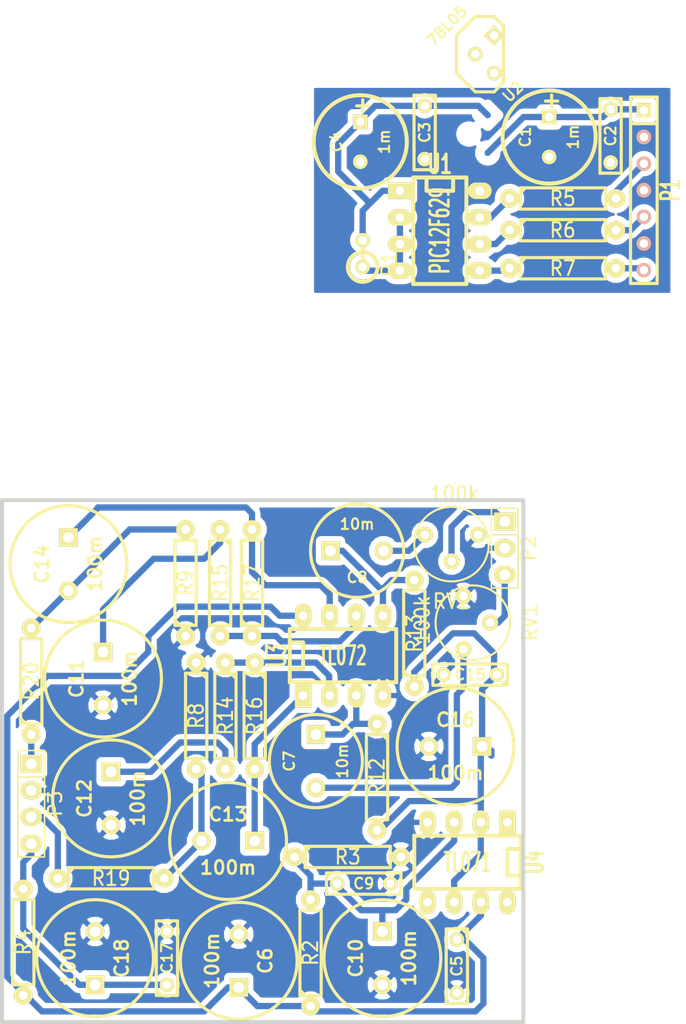
<source format=kicad_pcb>
(kicad_pcb (version 4) (host pcbnew "(2014-jul-16 BZR unknown)-product")

  (general
    (links 80)
    (no_connects 0)
    (area 122.999499 104.457499 173.164501 154.622501)
    (thickness 1.6002)
    (drawings 11)
    (tracks 196)
    (zones 0)
    (modules 44)
    (nets 32)
  )

  (page A4)
  (title_block
    (date "22 sep 2014")
  )

  (layers
    (0 Front signal)
    (31 Back signal)
    (32 B.Adhes user)
    (33 F.Adhes user)
    (34 B.Paste user)
    (35 F.Paste user)
    (36 B.SilkS user)
    (37 F.SilkS user)
    (38 B.Mask user)
    (39 F.Mask user)
    (40 Dwgs.User user)
    (41 Cmts.User user)
    (42 Eco1.User user)
    (43 Eco2.User user)
    (44 Edge.Cuts user)
  )

  (setup
    (last_trace_width 0.59944)
    (trace_clearance 0.254)
    (zone_clearance 0.508)
    (zone_45_only no)
    (trace_min 0.2032)
    (segment_width 0.381)
    (edge_width 0.381)
    (via_size 0.889)
    (via_drill 0.635)
    (via_min_size 0.889)
    (via_min_drill 0.508)
    (uvia_size 0.508)
    (uvia_drill 0.127)
    (uvias_allowed no)
    (uvia_min_size 0.508)
    (uvia_min_drill 0.127)
    (pcb_text_width 0.3048)
    (pcb_text_size 1.524 2.032)
    (mod_edge_width 0.381)
    (mod_text_size 1.524 1.524)
    (mod_text_width 0.3048)
    (pad_size 1.4 0.9)
    (pad_drill 0)
    (pad_to_mask_clearance 0.254)
    (aux_axis_origin 0 0)
    (visible_elements FFFFFFBF)
    (pcbplotparams
      (layerselection 0x00030_80000001)
      (usegerberextensions true)
      (excludeedgelayer true)
      (linewidth 0.150000)
      (plotframeref false)
      (viasonmask false)
      (mode 1)
      (useauxorigin false)
      (hpglpennumber 1)
      (hpglpenspeed 20)
      (hpglpendiameter 15)
      (hpglpenoverlay 0)
      (psnegative false)
      (psa4output false)
      (plotreference true)
      (plotvalue true)
      (plotinvisibletext false)
      (padsonsilk false)
      (subtractmaskfromsilk false)
      (outputformat 1)
      (mirror false)
      (drillshape 1)
      (scaleselection 1)
      (outputdirectory ""))
  )

  (net 0 "")
  (net 1 +12V)
  (net 2 +5V)
  (net 3 +6V)
  (net 4 AGND)
  (net 5 CLK)
  (net 6 DataIn)
  (net 7 DataOut)
  (net 8 GND)
  (net 9 POWER_CTL)
  (net 10 filtered_12V)
  (net 11 left_in)
  (net 12 left_out)
  (net 13 right_in)
  (net 14 right_out)
  (net 15 "Net-(C7-Pad1)")
  (net 16 "Net-(C7-Pad2)")
  (net 17 "Net-(C8-Pad1)")
  (net 18 "Net-(C8-Pad2)")
  (net 19 "Net-(C10-Pad1)")
  (net 20 "Net-(C11-Pad1)")
  (net 21 "Net-(C12-Pad1)")
  (net 22 "Net-(C13-Pad1)")
  (net 23 "Net-(C13-Pad2)")
  (net 24 "Net-(C14-Pad1)")
  (net 25 "Net-(C14-Pad2)")
  (net 26 "Net-(R1-Pad1)")
  (net 27 "Net-(R5-Pad1)")
  (net 28 "Net-(R6-Pad1)")
  (net 29 "Net-(R7-Pad1)")
  (net 30 "Net-(R14-Pad1)")
  (net 31 "Net-(R15-Pad2)")

  (net_class Default "This is the default net class."
    (clearance 0.254)
    (trace_width 0.59944)
    (via_dia 0.889)
    (via_drill 0.635)
    (uvia_dia 0.508)
    (uvia_drill 0.127)
    (add_net +12V)
    (add_net +5V)
    (add_net +6V)
    (add_net AGND)
    (add_net CLK)
    (add_net DataIn)
    (add_net DataOut)
    (add_net GND)
    (add_net "Net-(C10-Pad1)")
    (add_net "Net-(C11-Pad1)")
    (add_net "Net-(C12-Pad1)")
    (add_net "Net-(C13-Pad1)")
    (add_net "Net-(C13-Pad2)")
    (add_net "Net-(C14-Pad1)")
    (add_net "Net-(C14-Pad2)")
    (add_net "Net-(C7-Pad1)")
    (add_net "Net-(C7-Pad2)")
    (add_net "Net-(C8-Pad1)")
    (add_net "Net-(C8-Pad2)")
    (add_net "Net-(R1-Pad1)")
    (add_net "Net-(R14-Pad1)")
    (add_net "Net-(R15-Pad2)")
    (add_net "Net-(R5-Pad1)")
    (add_net "Net-(R6-Pad1)")
    (add_net "Net-(R7-Pad1)")
    (add_net POWER_CTL)
    (add_net filtered_12V)
    (add_net left_in)
    (add_net left_out)
    (add_net right_in)
    (add_net right_out)
  )

  (module Discret:C1.5V8V (layer Front) (tedit 5425891C) (tstamp 54258A71)
    (at 175.4378 70.0024 270)
    (path /52D0328F)
    (fp_text reference C1 (at 0 2.286 270) (layer F.SilkS)
      (effects (font (size 1.016 1.016) (thickness 0.2032)))
    )
    (fp_text value 1m (at 0 -2.286 270) (layer F.SilkS)
      (effects (font (size 1.016 1.016) (thickness 0.2032)))
    )
    (fp_text user + (at -3.429 -0.127 270) (layer F.SilkS)
      (effects (font (thickness 0.3048)))
    )
    (fp_circle (center 0 0) (end 0 4.445) (layer F.SilkS) (width 0.381))
    (pad 1 thru_hole rect (at -1.905 0 270) (size 1.397 1.397) (drill 0.8128) (layers *.Cu *.Mask F.SilkS)
      (net 9 POWER_CTL))
    (pad 2 thru_hole circle (at 1.905 0 270) (size 1.397 1.397) (drill 0.8128) (layers *.Cu *.Mask F.SilkS)
      (net 8 GND))
    (model discret/c_vert_c1v8.wrl
      (at (xyz 0 0 0))
      (scale (xyz 1.5 1.5 1))
      (rotate (xyz 0 0 0))
    )
  )

  (module Discret:C2 (layer Front) (tedit 5425891C) (tstamp 54258A78)
    (at 181.3052 69.9008 270)
    (descr "Condensateur = 2 pas")
    (tags C)
    (path /52D02F40)
    (fp_text reference C2 (at 0 0 270) (layer F.SilkS)
      (effects (font (size 1.016 1.016) (thickness 0.2032)))
    )
    (fp_text value 100n (at 0 0 270) (layer F.SilkS) hide
      (effects (font (size 1.016 1.016) (thickness 0.2032)))
    )
    (fp_line (start -3.556 -1.016) (end 3.556 -1.016) (layer F.SilkS) (width 0.3048))
    (fp_line (start 3.556 -1.016) (end 3.556 1.016) (layer F.SilkS) (width 0.3048))
    (fp_line (start 3.556 1.016) (end -3.556 1.016) (layer F.SilkS) (width 0.3048))
    (fp_line (start -3.556 1.016) (end -3.556 -1.016) (layer F.SilkS) (width 0.3048))
    (fp_line (start -3.556 -0.508) (end -3.048 -1.016) (layer F.SilkS) (width 0.3048))
    (pad 1 thru_hole circle (at -2.54 0 270) (size 1.397 1.397) (drill 0.8128) (layers *.Cu *.Mask F.SilkS)
      (net 9 POWER_CTL))
    (pad 2 thru_hole circle (at 2.54 0 270) (size 1.397 1.397) (drill 0.8128) (layers *.Cu *.Mask F.SilkS)
      (net 8 GND))
    (model discret/capa_2pas_5x5mm.wrl
      (at (xyz 0 0 0))
      (scale (xyz 1 1 1))
      (rotate (xyz 0 0 0))
    )
  )

  (module Discret:C2 (layer Front) (tedit 5425891C) (tstamp 54258A82)
    (at 163.5506 69.5706 270)
    (descr "Condensateur = 2 pas")
    (tags C)
    (path /52D02F45)
    (fp_text reference C3 (at 0 0 270) (layer F.SilkS)
      (effects (font (size 1.016 1.016) (thickness 0.2032)))
    )
    (fp_text value 100n (at 0 0 270) (layer F.SilkS) hide
      (effects (font (size 1.016 1.016) (thickness 0.2032)))
    )
    (fp_line (start -3.556 -1.016) (end 3.556 -1.016) (layer F.SilkS) (width 0.3048))
    (fp_line (start 3.556 -1.016) (end 3.556 1.016) (layer F.SilkS) (width 0.3048))
    (fp_line (start 3.556 1.016) (end -3.556 1.016) (layer F.SilkS) (width 0.3048))
    (fp_line (start -3.556 1.016) (end -3.556 -1.016) (layer F.SilkS) (width 0.3048))
    (fp_line (start -3.556 -0.508) (end -3.048 -1.016) (layer F.SilkS) (width 0.3048))
    (pad 1 thru_hole circle (at -2.54 0 270) (size 1.397 1.397) (drill 0.8128) (layers *.Cu *.Mask F.SilkS)
      (net 2 +5V))
    (pad 2 thru_hole circle (at 2.54 0 270) (size 1.397 1.397) (drill 0.8128) (layers *.Cu *.Mask F.SilkS)
      (net 8 GND))
    (model discret/capa_2pas_5x5mm.wrl
      (at (xyz 0 0 0))
      (scale (xyz 1 1 1))
      (rotate (xyz 0 0 0))
    )
  )

  (module Discret:C1.5V8V (layer Front) (tedit 5425891C) (tstamp 54258A8C)
    (at 157.4038 70.4596 270)
    (path /52E56B09)
    (fp_text reference C4 (at 0 2.286 270) (layer F.SilkS)
      (effects (font (size 1.016 1.016) (thickness 0.2032)))
    )
    (fp_text value 1m (at 0 -2.286 270) (layer F.SilkS)
      (effects (font (size 1.016 1.016) (thickness 0.2032)))
    )
    (fp_text user + (at -3.429 -0.127 270) (layer F.SilkS)
      (effects (font (thickness 0.3048)))
    )
    (fp_circle (center 0 0) (end 0 4.445) (layer F.SilkS) (width 0.381))
    (pad 1 thru_hole rect (at -1.905 0 270) (size 1.397 1.397) (drill 0.8128) (layers *.Cu *.Mask F.SilkS)
      (net 2 +5V))
    (pad 2 thru_hole circle (at 1.905 0 270) (size 1.397 1.397) (drill 0.8128) (layers *.Cu *.Mask F.SilkS)
      (net 8 GND))
    (model discret/c_vert_c1v8.wrl
      (at (xyz 0 0 0))
      (scale (xyz 1.5 1.5 1))
      (rotate (xyz 0 0 0))
    )
  )

  (module Discret:C2 (layer Front) (tedit 5425891C) (tstamp 54258A93)
    (at 166.624 149.098 270)
    (descr "Condensateur = 2 pas")
    (tags C)
    (path /53B69ABB)
    (fp_text reference C5 (at 0 0 270) (layer F.SilkS)
      (effects (font (size 1.016 1.016) (thickness 0.2032)))
    )
    (fp_text value 100n (at 0 0 270) (layer F.SilkS) hide
      (effects (font (size 1.016 1.016) (thickness 0.2032)))
    )
    (fp_line (start -3.556 -1.016) (end 3.556 -1.016) (layer F.SilkS) (width 0.3048))
    (fp_line (start 3.556 -1.016) (end 3.556 1.016) (layer F.SilkS) (width 0.3048))
    (fp_line (start 3.556 1.016) (end -3.556 1.016) (layer F.SilkS) (width 0.3048))
    (fp_line (start -3.556 1.016) (end -3.556 -1.016) (layer F.SilkS) (width 0.3048))
    (fp_line (start -3.556 -0.508) (end -3.048 -1.016) (layer F.SilkS) (width 0.3048))
    (pad 1 thru_hole circle (at -2.54 0 270) (size 1.397 1.397) (drill 0.8128) (layers *.Cu *.Mask F.SilkS)
      (net 10 filtered_12V))
    (pad 2 thru_hole circle (at 2.54 0 270) (size 1.397 1.397) (drill 0.8128) (layers *.Cu *.Mask F.SilkS)
      (net 4 AGND))
    (model discret/capa_2pas_5x5mm.wrl
      (at (xyz 0 0 0))
      (scale (xyz 1 1 1))
      (rotate (xyz 0 0 0))
    )
  )

  (module Discret:C2V10 (layer Front) (tedit 5425891C) (tstamp 54258A9D)
    (at 145.796 148.59 90)
    (descr "Condensateur polarise")
    (tags CP)
    (path /53B69ABC)
    (fp_text reference C6 (at 0 2.54 90) (layer F.SilkS)
      (effects (font (size 1.27 1.27) (thickness 0.254)))
    )
    (fp_text value 100m (at 0 -2.54 90) (layer F.SilkS)
      (effects (font (size 1.27 1.27) (thickness 0.254)))
    )
    (fp_circle (center 0 0) (end 4.826 -2.794) (layer F.SilkS) (width 0.3048))
    (pad 1 thru_hole rect (at -2.54 0 90) (size 1.778 1.778) (drill 1.016) (layers *.Cu *.Mask F.SilkS)
      (net 10 filtered_12V))
    (pad 2 thru_hole circle (at 2.54 0 90) (size 1.778 1.778) (drill 1.016) (layers *.Cu *.Mask F.SilkS)
      (net 4 AGND))
    (model discret/c_vert_c2v10.wrl
      (at (xyz 0 0 0))
      (scale (xyz 1 1 1))
      (rotate (xyz 0 0 0))
    )
  )

  (module Discret:C2V8 (layer Front) (tedit 5425891C) (tstamp 54258AA3)
    (at 153.162 129.54 270)
    (descr "Condensateur polarise")
    (tags CP)
    (path /53B69379)
    (fp_text reference C7 (at 0 2.54 270) (layer F.SilkS)
      (effects (font (size 1.016 1.016) (thickness 0.2032)))
    )
    (fp_text value 10m (at 0 -2.54 270) (layer F.SilkS)
      (effects (font (size 1.016 1.016) (thickness 0.2032)))
    )
    (fp_circle (center 0 0) (end -4.445 0) (layer F.SilkS) (width 0.3048))
    (pad 1 thru_hole rect (at -2.54 0 270) (size 1.778 1.778) (drill 1.016) (layers *.Cu *.Mask F.SilkS)
      (net 15 "Net-(C7-Pad1)"))
    (pad 2 thru_hole circle (at 2.54 0 270) (size 1.778 1.778) (drill 1.016) (layers *.Cu *.Mask F.SilkS)
      (net 16 "Net-(C7-Pad2)"))
    (model discret/c_vert_c2v10.wrl
      (at (xyz 0 0 0))
      (scale (xyz 1 1 1))
      (rotate (xyz 0 0 0))
    )
  )

  (module Discret:C2V8 (layer Front) (tedit 5425891C) (tstamp 54258AA9)
    (at 157.099 109.474)
    (descr "Condensateur polarise")
    (tags CP)
    (path /53B6936E)
    (fp_text reference C8 (at 0 2.54) (layer F.SilkS)
      (effects (font (size 1.016 1.016) (thickness 0.2032)))
    )
    (fp_text value 10m (at 0 -2.54) (layer F.SilkS)
      (effects (font (size 1.016 1.016) (thickness 0.2032)))
    )
    (fp_circle (center 0 0) (end -4.445 0) (layer F.SilkS) (width 0.3048))
    (pad 1 thru_hole rect (at -2.54 0) (size 1.778 1.778) (drill 1.016) (layers *.Cu *.Mask F.SilkS)
      (net 17 "Net-(C8-Pad1)"))
    (pad 2 thru_hole circle (at 2.54 0) (size 1.778 1.778) (drill 1.016) (layers *.Cu *.Mask F.SilkS)
      (net 18 "Net-(C8-Pad2)"))
    (model discret/c_vert_c2v10.wrl
      (at (xyz 0 0 0))
      (scale (xyz 1 1 1))
      (rotate (xyz 0 0 0))
    )
  )

  (module Discret:C2 (layer Front) (tedit 5425891C) (tstamp 54258AAF)
    (at 157.734 141.224)
    (descr "Condensateur = 2 pas")
    (tags C)
    (path /53B699C0)
    (fp_text reference C9 (at 0 0) (layer F.SilkS)
      (effects (font (size 1.016 1.016) (thickness 0.2032)))
    )
    (fp_text value 100n (at 0 0) (layer F.SilkS) hide
      (effects (font (size 1.016 1.016) (thickness 0.2032)))
    )
    (fp_line (start -3.556 -1.016) (end 3.556 -1.016) (layer F.SilkS) (width 0.3048))
    (fp_line (start 3.556 -1.016) (end 3.556 1.016) (layer F.SilkS) (width 0.3048))
    (fp_line (start 3.556 1.016) (end -3.556 1.016) (layer F.SilkS) (width 0.3048))
    (fp_line (start -3.556 1.016) (end -3.556 -1.016) (layer F.SilkS) (width 0.3048))
    (fp_line (start -3.556 -0.508) (end -3.048 -1.016) (layer F.SilkS) (width 0.3048))
    (pad 1 thru_hole circle (at -2.54 0) (size 1.397 1.397) (drill 0.8128) (layers *.Cu *.Mask F.SilkS)
      (net 19 "Net-(C10-Pad1)"))
    (pad 2 thru_hole circle (at 2.54 0) (size 1.397 1.397) (drill 0.8128) (layers *.Cu *.Mask F.SilkS)
      (net 4 AGND))
    (model discret/capa_2pas_5x5mm.wrl
      (at (xyz 0 0 0))
      (scale (xyz 1 1 1))
      (rotate (xyz 0 0 0))
    )
  )

  (module Discret:C2V10 (layer Front) (tedit 5425891C) (tstamp 54258AB9)
    (at 159.512 148.336 270)
    (descr "Condensateur polarise")
    (tags CP)
    (path /53B699B9)
    (fp_text reference C10 (at 0 2.54 270) (layer F.SilkS)
      (effects (font (size 1.27 1.27) (thickness 0.254)))
    )
    (fp_text value 100m (at 0 -2.54 270) (layer F.SilkS)
      (effects (font (size 1.27 1.27) (thickness 0.254)))
    )
    (fp_circle (center 0 0) (end 4.826 -2.794) (layer F.SilkS) (width 0.3048))
    (pad 1 thru_hole rect (at -2.54 0 270) (size 1.778 1.778) (drill 1.016) (layers *.Cu *.Mask F.SilkS)
      (net 19 "Net-(C10-Pad1)"))
    (pad 2 thru_hole circle (at 2.54 0 270) (size 1.778 1.778) (drill 1.016) (layers *.Cu *.Mask F.SilkS)
      (net 4 AGND))
    (model discret/c_vert_c2v10.wrl
      (at (xyz 0 0 0))
      (scale (xyz 1 1 1))
      (rotate (xyz 0 0 0))
    )
  )

  (module Discret:C2V10 (layer Front) (tedit 5425891C) (tstamp 54258ABF)
    (at 132.842 121.666 270)
    (descr "Condensateur polarise")
    (tags CP)
    (path /53B692ED)
    (fp_text reference C11 (at 0 2.54 270) (layer F.SilkS)
      (effects (font (size 1.27 1.27) (thickness 0.254)))
    )
    (fp_text value 100m (at 0 -2.54 270) (layer F.SilkS)
      (effects (font (size 1.27 1.27) (thickness 0.254)))
    )
    (fp_circle (center 0 0) (end 4.826 -2.794) (layer F.SilkS) (width 0.3048))
    (pad 1 thru_hole rect (at -2.54 0 270) (size 1.778 1.778) (drill 1.016) (layers *.Cu *.Mask F.SilkS)
      (net 20 "Net-(C11-Pad1)"))
    (pad 2 thru_hole circle (at 2.54 0 270) (size 1.778 1.778) (drill 1.016) (layers *.Cu *.Mask F.SilkS)
      (net 4 AGND))
    (model discret/c_vert_c2v10.wrl
      (at (xyz 0 0 0))
      (scale (xyz 1 1 1))
      (rotate (xyz 0 0 0))
    )
  )

  (module Discret:C2V10 (layer Front) (tedit 5425891C) (tstamp 54258AC5)
    (at 133.604 133.096 270)
    (descr "Condensateur polarise")
    (tags CP)
    (path /53B692EA)
    (fp_text reference C12 (at 0 2.54 270) (layer F.SilkS)
      (effects (font (size 1.27 1.27) (thickness 0.254)))
    )
    (fp_text value 100m (at 0 -2.54 270) (layer F.SilkS)
      (effects (font (size 1.27 1.27) (thickness 0.254)))
    )
    (fp_circle (center 0 0) (end 4.826 -2.794) (layer F.SilkS) (width 0.3048))
    (pad 1 thru_hole rect (at -2.54 0 270) (size 1.778 1.778) (drill 1.016) (layers *.Cu *.Mask F.SilkS)
      (net 21 "Net-(C12-Pad1)"))
    (pad 2 thru_hole circle (at 2.54 0 270) (size 1.778 1.778) (drill 1.016) (layers *.Cu *.Mask F.SilkS)
      (net 4 AGND))
    (model discret/c_vert_c2v10.wrl
      (at (xyz 0 0 0))
      (scale (xyz 1 1 1))
      (rotate (xyz 0 0 0))
    )
  )

  (module Discret:C2V10 (layer Front) (tedit 5425891C) (tstamp 54258ACB)
    (at 144.78 137.16 180)
    (descr "Condensateur polarise")
    (tags CP)
    (path /53B69175)
    (fp_text reference C13 (at 0 2.54 180) (layer F.SilkS)
      (effects (font (size 1.27 1.27) (thickness 0.254)))
    )
    (fp_text value 100m (at 0 -2.54 180) (layer F.SilkS)
      (effects (font (size 1.27 1.27) (thickness 0.254)))
    )
    (fp_circle (center 0 0) (end 4.826 -2.794) (layer F.SilkS) (width 0.3048))
    (pad 1 thru_hole rect (at -2.54 0 180) (size 1.778 1.778) (drill 1.016) (layers *.Cu *.Mask F.SilkS)
      (net 22 "Net-(C13-Pad1)"))
    (pad 2 thru_hole circle (at 2.54 0 180) (size 1.778 1.778) (drill 1.016) (layers *.Cu *.Mask F.SilkS)
      (net 23 "Net-(C13-Pad2)"))
    (model discret/c_vert_c2v10.wrl
      (at (xyz 0 0 0))
      (scale (xyz 1 1 1))
      (rotate (xyz 0 0 0))
    )
  )

  (module Discret:C2V10 (layer Front) (tedit 5425891C) (tstamp 54258AD1)
    (at 129.54 110.744 270)
    (descr "Condensateur polarise")
    (tags CP)
    (path /53B692C6)
    (fp_text reference C14 (at 0 2.54 270) (layer F.SilkS)
      (effects (font (size 1.27 1.27) (thickness 0.254)))
    )
    (fp_text value 100m (at 0 -2.54 270) (layer F.SilkS)
      (effects (font (size 1.27 1.27) (thickness 0.254)))
    )
    (fp_circle (center 0 0) (end 4.826 -2.794) (layer F.SilkS) (width 0.3048))
    (pad 1 thru_hole rect (at -2.54 0 270) (size 1.778 1.778) (drill 1.016) (layers *.Cu *.Mask F.SilkS)
      (net 24 "Net-(C14-Pad1)"))
    (pad 2 thru_hole circle (at 2.54 0 270) (size 1.778 1.778) (drill 1.016) (layers *.Cu *.Mask F.SilkS)
      (net 25 "Net-(C14-Pad2)"))
    (model discret/c_vert_c2v10.wrl
      (at (xyz 0 0 0))
      (scale (xyz 1 1 1))
      (rotate (xyz 0 0 0))
    )
  )

  (module Discret:C2 (layer Front) (tedit 5425891C) (tstamp 54258AD7)
    (at 167.894 121.285 180)
    (descr "Condensateur = 2 pas")
    (tags C)
    (path /53B69ADF)
    (fp_text reference C15 (at 0 0 180) (layer F.SilkS)
      (effects (font (size 1.016 1.016) (thickness 0.2032)))
    )
    (fp_text value 100n (at 0 0 180) (layer F.SilkS) hide
      (effects (font (size 1.016 1.016) (thickness 0.2032)))
    )
    (fp_line (start -3.556 -1.016) (end 3.556 -1.016) (layer F.SilkS) (width 0.3048))
    (fp_line (start 3.556 -1.016) (end 3.556 1.016) (layer F.SilkS) (width 0.3048))
    (fp_line (start 3.556 1.016) (end -3.556 1.016) (layer F.SilkS) (width 0.3048))
    (fp_line (start -3.556 1.016) (end -3.556 -1.016) (layer F.SilkS) (width 0.3048))
    (fp_line (start -3.556 -0.508) (end -3.048 -1.016) (layer F.SilkS) (width 0.3048))
    (pad 1 thru_hole circle (at -2.54 0 180) (size 1.397 1.397) (drill 0.8128) (layers *.Cu *.Mask F.SilkS)
      (net 3 +6V))
    (pad 2 thru_hole circle (at 2.54 0 180) (size 1.397 1.397) (drill 0.8128) (layers *.Cu *.Mask F.SilkS)
      (net 4 AGND))
    (model discret/capa_2pas_5x5mm.wrl
      (at (xyz 0 0 0))
      (scale (xyz 1 1 1))
      (rotate (xyz 0 0 0))
    )
  )

  (module Discret:C2V10 (layer Front) (tedit 5425891C) (tstamp 54258AE1)
    (at 166.497 128.143 180)
    (descr "Condensateur polarise")
    (tags CP)
    (path /53B69ADE)
    (fp_text reference C16 (at 0 2.54 180) (layer F.SilkS)
      (effects (font (size 1.27 1.27) (thickness 0.254)))
    )
    (fp_text value 100m (at 0 -2.54 180) (layer F.SilkS)
      (effects (font (size 1.27 1.27) (thickness 0.254)))
    )
    (fp_circle (center 0 0) (end 4.826 -2.794) (layer F.SilkS) (width 0.3048))
    (pad 1 thru_hole rect (at -2.54 0 180) (size 1.778 1.778) (drill 1.016) (layers *.Cu *.Mask F.SilkS)
      (net 3 +6V))
    (pad 2 thru_hole circle (at 2.54 0 180) (size 1.778 1.778) (drill 1.016) (layers *.Cu *.Mask F.SilkS)
      (net 4 AGND))
    (model discret/c_vert_c2v10.wrl
      (at (xyz 0 0 0))
      (scale (xyz 1 1 1))
      (rotate (xyz 0 0 0))
    )
  )

  (module Discret:C2 (layer Front) (tedit 5425891C) (tstamp 54258AE7)
    (at 138.938 148.336 90)
    (descr "Condensateur = 2 pas")
    (tags C)
    (path /53B69AE3)
    (fp_text reference C17 (at 0 0 90) (layer F.SilkS)
      (effects (font (size 1.016 1.016) (thickness 0.2032)))
    )
    (fp_text value 100n (at 0 0 90) (layer F.SilkS) hide
      (effects (font (size 1.016 1.016) (thickness 0.2032)))
    )
    (fp_line (start -3.556 -1.016) (end 3.556 -1.016) (layer F.SilkS) (width 0.3048))
    (fp_line (start 3.556 -1.016) (end 3.556 1.016) (layer F.SilkS) (width 0.3048))
    (fp_line (start 3.556 1.016) (end -3.556 1.016) (layer F.SilkS) (width 0.3048))
    (fp_line (start -3.556 1.016) (end -3.556 -1.016) (layer F.SilkS) (width 0.3048))
    (fp_line (start -3.556 -0.508) (end -3.048 -1.016) (layer F.SilkS) (width 0.3048))
    (pad 1 thru_hole circle (at -2.54 0 90) (size 1.397 1.397) (drill 0.8128) (layers *.Cu *.Mask F.SilkS)
      (net 1 +12V))
    (pad 2 thru_hole circle (at 2.54 0 90) (size 1.397 1.397) (drill 0.8128) (layers *.Cu *.Mask F.SilkS)
      (net 4 AGND))
    (model discret/capa_2pas_5x5mm.wrl
      (at (xyz 0 0 0))
      (scale (xyz 1 1 1))
      (rotate (xyz 0 0 0))
    )
  )

  (module Discret:C2V10 (layer Front) (tedit 5425891C) (tstamp 54258AF1)
    (at 132.08 148.336 90)
    (descr "Condensateur polarise")
    (tags CP)
    (path /53B69AE4)
    (fp_text reference C18 (at 0 2.54 90) (layer F.SilkS)
      (effects (font (size 1.27 1.27) (thickness 0.254)))
    )
    (fp_text value 100m (at 0 -2.54 90) (layer F.SilkS)
      (effects (font (size 1.27 1.27) (thickness 0.254)))
    )
    (fp_circle (center 0 0) (end 4.826 -2.794) (layer F.SilkS) (width 0.3048))
    (pad 1 thru_hole rect (at -2.54 0 90) (size 1.778 1.778) (drill 1.016) (layers *.Cu *.Mask F.SilkS)
      (net 1 +12V))
    (pad 2 thru_hole circle (at 2.54 0 90) (size 1.778 1.778) (drill 1.016) (layers *.Cu *.Mask F.SilkS)
      (net 4 AGND))
    (model discret/c_vert_c2v10.wrl
      (at (xyz 0 0 0))
      (scale (xyz 1 1 1))
      (rotate (xyz 0 0 0))
    )
  )

  (module Connect:SIL-7 (layer Front) (tedit 5425891D) (tstamp 54258AF7)
    (at 184.4802 75.0824 270)
    (descr "Connecteur 7 pins")
    (tags "CONN DEV")
    (path /52D3D325)
    (fp_text reference P1 (at 0 -2.54 270) (layer F.SilkS)
      (effects (font (size 1.72974 1.08712) (thickness 0.3048)))
    )
    (fp_text value digi (at 0 -2.54 270) (layer F.SilkS) hide
      (effects (font (size 1.524 1.016) (thickness 0.3048)))
    )
    (fp_line (start -8.89 -1.27) (end -8.89 -1.27) (layer F.SilkS) (width 0.3048))
    (fp_line (start -8.89 -1.27) (end 8.89 -1.27) (layer F.SilkS) (width 0.3048))
    (fp_line (start 8.89 -1.27) (end 8.89 1.27) (layer F.SilkS) (width 0.3048))
    (fp_line (start 8.89 1.27) (end -8.89 1.27) (layer F.SilkS) (width 0.3048))
    (fp_line (start -8.89 1.27) (end -8.89 -1.27) (layer F.SilkS) (width 0.3048))
    (fp_line (start -6.35 1.27) (end -6.35 1.27) (layer F.SilkS) (width 0.3048))
    (fp_line (start -6.35 1.27) (end -6.35 -1.27) (layer F.SilkS) (width 0.3048))
    (pad 1 thru_hole rect (at -7.62 0 270) (size 1.397 1.397) (drill 0.8128) (layers *.Cu *.Mask F.SilkS)
      (net 9 POWER_CTL))
    (pad 2 thru_hole circle (at -5.08 0 270) (size 1.397 1.397) (drill 0.8128) (layers *.Cu *.SilkS *.Mask)
      (net 8 GND))
    (pad 3 thru_hole circle (at -2.54 0 270) (size 1.397 1.397) (drill 0.8128) (layers *.Cu *.SilkS *.Mask)
      (net 5 CLK))
    (pad 4 thru_hole circle (at 0 0 270) (size 1.397 1.397) (drill 0.8128) (layers *.Cu *.SilkS *.Mask)
      (net 8 GND))
    (pad 5 thru_hole circle (at 2.54 0 270) (size 1.397 1.397) (drill 0.8128) (layers *.Cu *.SilkS *.Mask)
      (net 6 DataIn))
    (pad 6 thru_hole circle (at 5.08 0 270) (size 1.397 1.397) (drill 0.8128) (layers *.Cu *.SilkS *.Mask)
      (net 8 GND))
    (pad 7 thru_hole circle (at 7.62 0 270) (size 1.397 1.397) (drill 0.8128) (layers *.Cu *.SilkS *.Mask)
      (net 7 DataOut))
  )

  (module Pin_Headers:Pin_Header_Straight_1x03 (layer Front) (tedit 5425891B) (tstamp 54258B08)
    (at 171.196 109.22 270)
    (descr "Through hole pin header")
    (tags "pin header")
    (path /52D52591)
    (fp_text reference P2 (at 0 -2.286 270) (layer F.SilkS)
      (effects (font (size 1.27 1.27) (thickness 0.2032)))
    )
    (fp_text value Ain (at 0 0 270) (layer F.SilkS) hide
      (effects (font (size 1.27 1.27) (thickness 0.2032)))
    )
    (fp_line (start -1.27 1.27) (end 3.81 1.27) (layer F.SilkS) (width 0.15))
    (fp_line (start 3.81 1.27) (end 3.81 -1.27) (layer F.SilkS) (width 0.15))
    (fp_line (start 3.81 -1.27) (end -1.27 -1.27) (layer F.SilkS) (width 0.15))
    (fp_line (start -3.81 -1.27) (end -1.27 -1.27) (layer F.SilkS) (width 0.15))
    (fp_line (start -1.27 -1.27) (end -1.27 1.27) (layer F.SilkS) (width 0.15))
    (fp_line (start -3.81 -1.27) (end -3.81 1.27) (layer F.SilkS) (width 0.15))
    (fp_line (start -3.81 1.27) (end -1.27 1.27) (layer F.SilkS) (width 0.15))
    (pad 1 thru_hole rect (at -2.54 0 270) (size 1.7272 2.032) (drill 1.016) (layers *.Cu *.Mask F.SilkS)
      (net 11 left_in))
    (pad 2 thru_hole oval (at 0 0 270) (size 1.7272 2.032) (drill 1.016) (layers *.Cu *.Mask F.SilkS)
      (net 4 AGND))
    (pad 3 thru_hole oval (at 2.54 0 270) (size 1.7272 2.032) (drill 1.016) (layers *.Cu *.Mask F.SilkS)
      (net 13 right_in))
    (model Pin_Headers/Pin_Header_Straight_1x03.wrl
      (at (xyz 0 0 0))
      (scale (xyz 1 1 1))
      (rotate (xyz 0 0 0))
    )
  )

  (module Pin_Headers:Pin_Header_Straight_1x04 (layer Front) (tedit 5425891B) (tstamp 54258B15)
    (at 125.984 133.604 270)
    (descr "Through hole pin header")
    (tags "pin header")
    (path /53B6A1EC)
    (fp_text reference P3 (at 0 -2.286 270) (layer F.SilkS)
      (effects (font (size 1.27 1.27) (thickness 0.2032)))
    )
    (fp_text value Aout (at 0 0 270) (layer F.SilkS) hide
      (effects (font (size 1.27 1.27) (thickness 0.2032)))
    )
    (fp_line (start -2.54 1.27) (end 5.08 1.27) (layer F.SilkS) (width 0.15))
    (fp_line (start -2.54 -1.27) (end 5.08 -1.27) (layer F.SilkS) (width 0.15))
    (fp_line (start -5.08 -1.27) (end -2.54 -1.27) (layer F.SilkS) (width 0.15))
    (fp_line (start 5.08 1.27) (end 5.08 -1.27) (layer F.SilkS) (width 0.15))
    (fp_line (start -2.54 -1.27) (end -2.54 1.27) (layer F.SilkS) (width 0.15))
    (fp_line (start -5.08 -1.27) (end -5.08 1.27) (layer F.SilkS) (width 0.15))
    (fp_line (start -5.08 1.27) (end -2.54 1.27) (layer F.SilkS) (width 0.15))
    (pad 1 thru_hole rect (at -3.81 0 270) (size 1.7272 2.032) (drill 1.016) (layers *.Cu *.Mask F.SilkS)
      (net 12 left_out))
    (pad 2 thru_hole oval (at -1.27 0 270) (size 1.7272 2.032) (drill 1.016) (layers *.Cu *.Mask F.SilkS)
      (net 4 AGND))
    (pad 3 thru_hole oval (at 1.27 0 270) (size 1.7272 2.032) (drill 1.016) (layers *.Cu *.Mask F.SilkS)
      (net 14 right_out))
    (pad 4 thru_hole oval (at 3.81 0 270) (size 1.7272 2.032) (drill 1.016) (layers *.Cu *.Mask F.SilkS)
      (net 1 +12V))
    (model Pin_Headers/Pin_Header_Straight_1x04.wrl
      (at (xyz 0 0 0))
      (scale (xyz 1 1 1))
      (rotate (xyz 0 0 0))
    )
  )

  (module Discret:R1 (layer Front) (tedit 5425891C) (tstamp 54258B23)
    (at 157.6324 81.1276 90)
    (descr "Resistance verticale")
    (tags R)
    (path /52D03054)
    (autoplace_cost90 10)
    (autoplace_cost180 10)
    (fp_text reference R1 (at -1.016 2.54 90) (layer F.SilkS)
      (effects (font (size 1.397 1.27) (thickness 0.2032)))
    )
    (fp_text value 10k (at -1.143 2.54 90) (layer F.SilkS) hide
      (effects (font (size 1.397 1.27) (thickness 0.2032)))
    )
    (fp_line (start -1.27 0) (end 1.27 0) (layer F.SilkS) (width 0.381))
    (fp_circle (center -1.27 0) (end -0.635 1.27) (layer F.SilkS) (width 0.381))
    (pad 1 thru_hole circle (at -1.27 0 90) (size 1.397 1.397) (drill 0.8128) (layers *.Cu *.Mask F.SilkS)
      (net 26 "Net-(R1-Pad1)"))
    (pad 2 thru_hole circle (at 1.27 0 90) (size 1.397 1.397) (drill 0.8128) (layers *.Cu *.Mask F.SilkS)
      (net 2 +5V))
    (model discret/verti_resistor.wrl
      (at (xyz 0 0 0))
      (scale (xyz 1 1 1))
      (rotate (xyz 0 0 0))
    )
  )

  (module Discret:R4-LARGE_PADS (layer Front) (tedit 5425891C) (tstamp 54258B2A)
    (at 152.654 147.828 90)
    (descr "Resitance 4 pas")
    (tags R)
    (path /53B69979)
    (autoplace_cost180 10)
    (fp_text reference R2 (at 0 0 90) (layer F.SilkS)
      (effects (font (size 1.397 1.27) (thickness 0.2032)))
    )
    (fp_text value 22k (at 0 0 90) (layer F.SilkS) hide
      (effects (font (size 1.397 1.27) (thickness 0.2032)))
    )
    (fp_line (start -5.08 0) (end -4.064 0) (layer F.SilkS) (width 0.3048))
    (fp_line (start -4.064 0) (end -4.064 -1.016) (layer F.SilkS) (width 0.3048))
    (fp_line (start -4.064 -1.016) (end 4.064 -1.016) (layer F.SilkS) (width 0.3048))
    (fp_line (start 4.064 -1.016) (end 4.064 1.016) (layer F.SilkS) (width 0.3048))
    (fp_line (start 4.064 1.016) (end -4.064 1.016) (layer F.SilkS) (width 0.3048))
    (fp_line (start -4.064 1.016) (end -4.064 0) (layer F.SilkS) (width 0.3048))
    (fp_line (start -4.064 -0.508) (end -3.556 -1.016) (layer F.SilkS) (width 0.3048))
    (fp_line (start 5.08 0) (end 4.064 0) (layer F.SilkS) (width 0.3048))
    (pad 1 thru_hole circle (at -5.08 0 90) (size 1.778 1.778) (drill 0.8128) (layers *.Cu *.Mask F.SilkS)
      (net 10 filtered_12V))
    (pad 2 thru_hole circle (at 5.08 0 90) (size 1.778 1.778) (drill 0.8128) (layers *.Cu *.Mask F.SilkS)
      (net 19 "Net-(C10-Pad1)"))
    (model discret/resistor.wrl
      (at (xyz 0 0 0))
      (scale (xyz 0.4 0.4 0.4))
      (rotate (xyz 0 0 0))
    )
  )

  (module Discret:R4-LARGE_PADS (layer Front) (tedit 5425891C) (tstamp 54258B37)
    (at 156.21 138.684)
    (descr "Resitance 4 pas")
    (tags R)
    (path /53B69981)
    (autoplace_cost180 10)
    (fp_text reference R3 (at 0 0) (layer F.SilkS)
      (effects (font (size 1.397 1.27) (thickness 0.2032)))
    )
    (fp_text value 22k (at 0 0) (layer F.SilkS) hide
      (effects (font (size 1.397 1.27) (thickness 0.2032)))
    )
    (fp_line (start -5.08 0) (end -4.064 0) (layer F.SilkS) (width 0.3048))
    (fp_line (start -4.064 0) (end -4.064 -1.016) (layer F.SilkS) (width 0.3048))
    (fp_line (start -4.064 -1.016) (end 4.064 -1.016) (layer F.SilkS) (width 0.3048))
    (fp_line (start 4.064 -1.016) (end 4.064 1.016) (layer F.SilkS) (width 0.3048))
    (fp_line (start 4.064 1.016) (end -4.064 1.016) (layer F.SilkS) (width 0.3048))
    (fp_line (start -4.064 1.016) (end -4.064 0) (layer F.SilkS) (width 0.3048))
    (fp_line (start -4.064 -0.508) (end -3.556 -1.016) (layer F.SilkS) (width 0.3048))
    (fp_line (start 5.08 0) (end 4.064 0) (layer F.SilkS) (width 0.3048))
    (pad 1 thru_hole circle (at -5.08 0) (size 1.778 1.778) (drill 0.8128) (layers *.Cu *.Mask F.SilkS)
      (net 19 "Net-(C10-Pad1)"))
    (pad 2 thru_hole circle (at 5.08 0) (size 1.778 1.778) (drill 0.8128) (layers *.Cu *.Mask F.SilkS)
      (net 4 AGND))
    (model discret/resistor.wrl
      (at (xyz 0 0 0))
      (scale (xyz 0.4 0.4 0.4))
      (rotate (xyz 0 0 0))
    )
  )

  (module Discret:R4-LARGE_PADS (layer Front) (tedit 5425891C) (tstamp 54258B44)
    (at 125.222 146.812 90)
    (descr "Resitance 4 pas")
    (tags R)
    (path /53B69B87)
    (autoplace_cost180 10)
    (fp_text reference R4 (at 0 0 90) (layer F.SilkS)
      (effects (font (size 1.397 1.27) (thickness 0.2032)))
    )
    (fp_text value 10 (at 0 0 90) (layer F.SilkS) hide
      (effects (font (size 1.397 1.27) (thickness 0.2032)))
    )
    (fp_line (start -5.08 0) (end -4.064 0) (layer F.SilkS) (width 0.3048))
    (fp_line (start -4.064 0) (end -4.064 -1.016) (layer F.SilkS) (width 0.3048))
    (fp_line (start -4.064 -1.016) (end 4.064 -1.016) (layer F.SilkS) (width 0.3048))
    (fp_line (start 4.064 -1.016) (end 4.064 1.016) (layer F.SilkS) (width 0.3048))
    (fp_line (start 4.064 1.016) (end -4.064 1.016) (layer F.SilkS) (width 0.3048))
    (fp_line (start -4.064 1.016) (end -4.064 0) (layer F.SilkS) (width 0.3048))
    (fp_line (start -4.064 -0.508) (end -3.556 -1.016) (layer F.SilkS) (width 0.3048))
    (fp_line (start 5.08 0) (end 4.064 0) (layer F.SilkS) (width 0.3048))
    (pad 1 thru_hole circle (at -5.08 0 90) (size 1.778 1.778) (drill 0.8128) (layers *.Cu *.Mask F.SilkS)
      (net 10 filtered_12V))
    (pad 2 thru_hole circle (at 5.08 0 90) (size 1.778 1.778) (drill 0.8128) (layers *.Cu *.Mask F.SilkS)
      (net 1 +12V))
    (model discret/resistor.wrl
      (at (xyz 0 0 0))
      (scale (xyz 0.4 0.4 0.4))
      (rotate (xyz 0 0 0))
    )
  )

  (module Discret:R4-LARGE_PADS (layer Front) (tedit 5425891C) (tstamp 54258B51)
    (at 176.7332 75.8698)
    (descr "Resitance 4 pas")
    (tags R)
    (path /52D02AC2)
    (autoplace_cost180 10)
    (fp_text reference R5 (at 0 0) (layer F.SilkS)
      (effects (font (size 1.397 1.27) (thickness 0.2032)))
    )
    (fp_text value 3k3 (at 0 0) (layer F.SilkS) hide
      (effects (font (size 1.397 1.27) (thickness 0.2032)))
    )
    (fp_line (start -5.08 0) (end -4.064 0) (layer F.SilkS) (width 0.3048))
    (fp_line (start -4.064 0) (end -4.064 -1.016) (layer F.SilkS) (width 0.3048))
    (fp_line (start -4.064 -1.016) (end 4.064 -1.016) (layer F.SilkS) (width 0.3048))
    (fp_line (start 4.064 -1.016) (end 4.064 1.016) (layer F.SilkS) (width 0.3048))
    (fp_line (start 4.064 1.016) (end -4.064 1.016) (layer F.SilkS) (width 0.3048))
    (fp_line (start -4.064 1.016) (end -4.064 0) (layer F.SilkS) (width 0.3048))
    (fp_line (start -4.064 -0.508) (end -3.556 -1.016) (layer F.SilkS) (width 0.3048))
    (fp_line (start 5.08 0) (end 4.064 0) (layer F.SilkS) (width 0.3048))
    (pad 1 thru_hole circle (at -5.08 0) (size 1.778 1.778) (drill 0.8128) (layers *.Cu *.Mask F.SilkS)
      (net 27 "Net-(R5-Pad1)"))
    (pad 2 thru_hole circle (at 5.08 0) (size 1.778 1.778) (drill 0.8128) (layers *.Cu *.Mask F.SilkS)
      (net 5 CLK))
    (model discret/resistor.wrl
      (at (xyz 0 0 0))
      (scale (xyz 0.4 0.4 0.4))
      (rotate (xyz 0 0 0))
    )
  )

  (module Discret:R4-LARGE_PADS (layer Front) (tedit 5425891C) (tstamp 54258B5E)
    (at 176.7332 78.8924)
    (descr "Resitance 4 pas")
    (tags R)
    (path /52D02ABB)
    (autoplace_cost180 10)
    (fp_text reference R6 (at 0 0) (layer F.SilkS)
      (effects (font (size 1.397 1.27) (thickness 0.2032)))
    )
    (fp_text value 3k3 (at 0 0) (layer F.SilkS) hide
      (effects (font (size 1.397 1.27) (thickness 0.2032)))
    )
    (fp_line (start -5.08 0) (end -4.064 0) (layer F.SilkS) (width 0.3048))
    (fp_line (start -4.064 0) (end -4.064 -1.016) (layer F.SilkS) (width 0.3048))
    (fp_line (start -4.064 -1.016) (end 4.064 -1.016) (layer F.SilkS) (width 0.3048))
    (fp_line (start 4.064 -1.016) (end 4.064 1.016) (layer F.SilkS) (width 0.3048))
    (fp_line (start 4.064 1.016) (end -4.064 1.016) (layer F.SilkS) (width 0.3048))
    (fp_line (start -4.064 1.016) (end -4.064 0) (layer F.SilkS) (width 0.3048))
    (fp_line (start -4.064 -0.508) (end -3.556 -1.016) (layer F.SilkS) (width 0.3048))
    (fp_line (start 5.08 0) (end 4.064 0) (layer F.SilkS) (width 0.3048))
    (pad 1 thru_hole circle (at -5.08 0) (size 1.778 1.778) (drill 0.8128) (layers *.Cu *.Mask F.SilkS)
      (net 28 "Net-(R6-Pad1)"))
    (pad 2 thru_hole circle (at 5.08 0) (size 1.778 1.778) (drill 0.8128) (layers *.Cu *.Mask F.SilkS)
      (net 6 DataIn))
    (model discret/resistor.wrl
      (at (xyz 0 0 0))
      (scale (xyz 0.4 0.4 0.4))
      (rotate (xyz 0 0 0))
    )
  )

  (module Discret:R4-LARGE_PADS (layer Front) (tedit 5425891C) (tstamp 54258B6B)
    (at 176.7332 82.5246)
    (descr "Resitance 4 pas")
    (tags R)
    (path /52D02B05)
    (autoplace_cost180 10)
    (fp_text reference R7 (at 0 0) (layer F.SilkS)
      (effects (font (size 1.397 1.27) (thickness 0.2032)))
    )
    (fp_text value 3k3 (at 0 0) (layer F.SilkS) hide
      (effects (font (size 1.397 1.27) (thickness 0.2032)))
    )
    (fp_line (start -5.08 0) (end -4.064 0) (layer F.SilkS) (width 0.3048))
    (fp_line (start -4.064 0) (end -4.064 -1.016) (layer F.SilkS) (width 0.3048))
    (fp_line (start -4.064 -1.016) (end 4.064 -1.016) (layer F.SilkS) (width 0.3048))
    (fp_line (start 4.064 -1.016) (end 4.064 1.016) (layer F.SilkS) (width 0.3048))
    (fp_line (start 4.064 1.016) (end -4.064 1.016) (layer F.SilkS) (width 0.3048))
    (fp_line (start -4.064 1.016) (end -4.064 0) (layer F.SilkS) (width 0.3048))
    (fp_line (start -4.064 -0.508) (end -3.556 -1.016) (layer F.SilkS) (width 0.3048))
    (fp_line (start 5.08 0) (end 4.064 0) (layer F.SilkS) (width 0.3048))
    (pad 1 thru_hole circle (at -5.08 0) (size 1.778 1.778) (drill 0.8128) (layers *.Cu *.Mask F.SilkS)
      (net 29 "Net-(R7-Pad1)"))
    (pad 2 thru_hole circle (at 5.08 0) (size 1.778 1.778) (drill 0.8128) (layers *.Cu *.Mask F.SilkS)
      (net 7 DataOut))
    (model discret/resistor.wrl
      (at (xyz 0 0 0))
      (scale (xyz 0.4 0.4 0.4))
      (rotate (xyz 0 0 0))
    )
  )

  (module Discret:R4-LARGE_PADS (layer Front) (tedit 5425891C) (tstamp 54258B78)
    (at 141.732 125.222 270)
    (descr "Resitance 4 pas")
    (tags R)
    (path /53B69533)
    (autoplace_cost180 10)
    (fp_text reference R8 (at 0 0 270) (layer F.SilkS)
      (effects (font (size 1.397 1.27) (thickness 0.2032)))
    )
    (fp_text value 100k (at 0 0 270) (layer F.SilkS) hide
      (effects (font (size 1.397 1.27) (thickness 0.2032)))
    )
    (fp_line (start -5.08 0) (end -4.064 0) (layer F.SilkS) (width 0.3048))
    (fp_line (start -4.064 0) (end -4.064 -1.016) (layer F.SilkS) (width 0.3048))
    (fp_line (start -4.064 -1.016) (end 4.064 -1.016) (layer F.SilkS) (width 0.3048))
    (fp_line (start 4.064 -1.016) (end 4.064 1.016) (layer F.SilkS) (width 0.3048))
    (fp_line (start 4.064 1.016) (end -4.064 1.016) (layer F.SilkS) (width 0.3048))
    (fp_line (start -4.064 1.016) (end -4.064 0) (layer F.SilkS) (width 0.3048))
    (fp_line (start -4.064 -0.508) (end -3.556 -1.016) (layer F.SilkS) (width 0.3048))
    (fp_line (start 5.08 0) (end 4.064 0) (layer F.SilkS) (width 0.3048))
    (pad 1 thru_hole circle (at -5.08 0 270) (size 1.778 1.778) (drill 0.8128) (layers *.Cu *.Mask F.SilkS)
      (net 4 AGND))
    (pad 2 thru_hole circle (at 5.08 0 270) (size 1.778 1.778) (drill 0.8128) (layers *.Cu *.Mask F.SilkS)
      (net 23 "Net-(C13-Pad2)"))
    (model discret/resistor.wrl
      (at (xyz 0 0 0))
      (scale (xyz 0.4 0.4 0.4))
      (rotate (xyz 0 0 0))
    )
  )

  (module Discret:R4-LARGE_PADS (layer Front) (tedit 5425891C) (tstamp 54258B85)
    (at 140.716 112.522 90)
    (descr "Resitance 4 pas")
    (tags R)
    (path /53B6952D)
    (autoplace_cost180 10)
    (fp_text reference R9 (at 0 0 90) (layer F.SilkS)
      (effects (font (size 1.397 1.27) (thickness 0.2032)))
    )
    (fp_text value 100k (at 0 0 90) (layer F.SilkS) hide
      (effects (font (size 1.397 1.27) (thickness 0.2032)))
    )
    (fp_line (start -5.08 0) (end -4.064 0) (layer F.SilkS) (width 0.3048))
    (fp_line (start -4.064 0) (end -4.064 -1.016) (layer F.SilkS) (width 0.3048))
    (fp_line (start -4.064 -1.016) (end 4.064 -1.016) (layer F.SilkS) (width 0.3048))
    (fp_line (start 4.064 -1.016) (end 4.064 1.016) (layer F.SilkS) (width 0.3048))
    (fp_line (start 4.064 1.016) (end -4.064 1.016) (layer F.SilkS) (width 0.3048))
    (fp_line (start -4.064 1.016) (end -4.064 0) (layer F.SilkS) (width 0.3048))
    (fp_line (start -4.064 -0.508) (end -3.556 -1.016) (layer F.SilkS) (width 0.3048))
    (fp_line (start 5.08 0) (end 4.064 0) (layer F.SilkS) (width 0.3048))
    (pad 1 thru_hole circle (at -5.08 0 90) (size 1.778 1.778) (drill 0.8128) (layers *.Cu *.Mask F.SilkS)
      (net 4 AGND))
    (pad 2 thru_hole circle (at 5.08 0 90) (size 1.778 1.778) (drill 0.8128) (layers *.Cu *.Mask F.SilkS)
      (net 25 "Net-(C14-Pad2)"))
    (model discret/resistor.wrl
      (at (xyz 0 0 0))
      (scale (xyz 0.4 0.4 0.4))
      (rotate (xyz 0 0 0))
    )
  )

  (module Discret:R4-LARGE_PADS (layer Front) (tedit 5425891C) (tstamp 54258B92)
    (at 159.004 131.064 270)
    (descr "Resitance 4 pas")
    (tags R)
    (path /52D3CF88)
    (autoplace_cost180 10)
    (fp_text reference R12 (at 0 0 270) (layer F.SilkS)
      (effects (font (size 1.397 1.27) (thickness 0.2032)))
    )
    (fp_text value 100k (at 0 0 270) (layer F.SilkS) hide
      (effects (font (size 1.397 1.27) (thickness 0.2032)))
    )
    (fp_line (start -5.08 0) (end -4.064 0) (layer F.SilkS) (width 0.3048))
    (fp_line (start -4.064 0) (end -4.064 -1.016) (layer F.SilkS) (width 0.3048))
    (fp_line (start -4.064 -1.016) (end 4.064 -1.016) (layer F.SilkS) (width 0.3048))
    (fp_line (start 4.064 -1.016) (end 4.064 1.016) (layer F.SilkS) (width 0.3048))
    (fp_line (start 4.064 1.016) (end -4.064 1.016) (layer F.SilkS) (width 0.3048))
    (fp_line (start -4.064 1.016) (end -4.064 0) (layer F.SilkS) (width 0.3048))
    (fp_line (start -4.064 -0.508) (end -3.556 -1.016) (layer F.SilkS) (width 0.3048))
    (fp_line (start 5.08 0) (end 4.064 0) (layer F.SilkS) (width 0.3048))
    (pad 1 thru_hole circle (at -5.08 0 270) (size 1.778 1.778) (drill 0.8128) (layers *.Cu *.Mask F.SilkS)
      (net 15 "Net-(C7-Pad1)"))
    (pad 2 thru_hole circle (at 5.08 0 270) (size 1.778 1.778) (drill 0.8128) (layers *.Cu *.Mask F.SilkS)
      (net 3 +6V))
    (model discret/resistor.wrl
      (at (xyz 0 0 0))
      (scale (xyz 0.4 0.4 0.4))
      (rotate (xyz 0 0 0))
    )
  )

  (module Discret:R4-LARGE_PADS (layer Front) (tedit 5425891C) (tstamp 54258B9F)
    (at 162.56 117.348 90)
    (descr "Resitance 4 pas")
    (tags R)
    (path /52D3CF91)
    (autoplace_cost180 10)
    (fp_text reference R13 (at 0 0 90) (layer F.SilkS)
      (effects (font (size 1.397 1.27) (thickness 0.2032)))
    )
    (fp_text value 100k (at 0 0 90) (layer F.SilkS) hide
      (effects (font (size 1.397 1.27) (thickness 0.2032)))
    )
    (fp_line (start -5.08 0) (end -4.064 0) (layer F.SilkS) (width 0.3048))
    (fp_line (start -4.064 0) (end -4.064 -1.016) (layer F.SilkS) (width 0.3048))
    (fp_line (start -4.064 -1.016) (end 4.064 -1.016) (layer F.SilkS) (width 0.3048))
    (fp_line (start 4.064 -1.016) (end 4.064 1.016) (layer F.SilkS) (width 0.3048))
    (fp_line (start 4.064 1.016) (end -4.064 1.016) (layer F.SilkS) (width 0.3048))
    (fp_line (start -4.064 1.016) (end -4.064 0) (layer F.SilkS) (width 0.3048))
    (fp_line (start -4.064 -0.508) (end -3.556 -1.016) (layer F.SilkS) (width 0.3048))
    (fp_line (start 5.08 0) (end 4.064 0) (layer F.SilkS) (width 0.3048))
    (pad 1 thru_hole circle (at -5.08 0 90) (size 1.778 1.778) (drill 0.8128) (layers *.Cu *.Mask F.SilkS)
      (net 3 +6V))
    (pad 2 thru_hole circle (at 5.08 0 90) (size 1.778 1.778) (drill 0.8128) (layers *.Cu *.Mask F.SilkS)
      (net 17 "Net-(C8-Pad1)"))
    (model discret/resistor.wrl
      (at (xyz 0 0 0))
      (scale (xyz 0.4 0.4 0.4))
      (rotate (xyz 0 0 0))
    )
  )

  (module Discret:R4-LARGE_PADS (layer Front) (tedit 5425891C) (tstamp 54258BAC)
    (at 144.526 125.222 270)
    (descr "Resitance 4 pas")
    (tags R)
    (path /52D3CE47)
    (autoplace_cost180 10)
    (fp_text reference R14 (at 0 0 270) (layer F.SilkS)
      (effects (font (size 1.397 1.27) (thickness 0.2032)))
    )
    (fp_text value 2k2 (at 0 0 270) (layer F.SilkS) hide
      (effects (font (size 1.397 1.27) (thickness 0.2032)))
    )
    (fp_line (start -5.08 0) (end -4.064 0) (layer F.SilkS) (width 0.3048))
    (fp_line (start -4.064 0) (end -4.064 -1.016) (layer F.SilkS) (width 0.3048))
    (fp_line (start -4.064 -1.016) (end 4.064 -1.016) (layer F.SilkS) (width 0.3048))
    (fp_line (start 4.064 -1.016) (end 4.064 1.016) (layer F.SilkS) (width 0.3048))
    (fp_line (start 4.064 1.016) (end -4.064 1.016) (layer F.SilkS) (width 0.3048))
    (fp_line (start -4.064 1.016) (end -4.064 0) (layer F.SilkS) (width 0.3048))
    (fp_line (start -4.064 -0.508) (end -3.556 -1.016) (layer F.SilkS) (width 0.3048))
    (fp_line (start 5.08 0) (end 4.064 0) (layer F.SilkS) (width 0.3048))
    (pad 1 thru_hole circle (at -5.08 0 270) (size 1.778 1.778) (drill 0.8128) (layers *.Cu *.Mask F.SilkS)
      (net 30 "Net-(R14-Pad1)"))
    (pad 2 thru_hole circle (at 5.08 0 270) (size 1.778 1.778) (drill 0.8128) (layers *.Cu *.Mask F.SilkS)
      (net 21 "Net-(C12-Pad1)"))
    (model discret/resistor.wrl
      (at (xyz 0 0 0))
      (scale (xyz 0.4 0.4 0.4))
      (rotate (xyz 0 0 0))
    )
  )

  (module Discret:R4-LARGE_PADS (layer Front) (tedit 5425891C) (tstamp 54258BB9)
    (at 144.018 112.522 270)
    (descr "Resitance 4 pas")
    (tags R)
    (path /52D3CE54)
    (autoplace_cost180 10)
    (fp_text reference R15 (at 0 0 270) (layer F.SilkS)
      (effects (font (size 1.397 1.27) (thickness 0.2032)))
    )
    (fp_text value 2k2 (at 0 0 270) (layer F.SilkS) hide
      (effects (font (size 1.397 1.27) (thickness 0.2032)))
    )
    (fp_line (start -5.08 0) (end -4.064 0) (layer F.SilkS) (width 0.3048))
    (fp_line (start -4.064 0) (end -4.064 -1.016) (layer F.SilkS) (width 0.3048))
    (fp_line (start -4.064 -1.016) (end 4.064 -1.016) (layer F.SilkS) (width 0.3048))
    (fp_line (start 4.064 -1.016) (end 4.064 1.016) (layer F.SilkS) (width 0.3048))
    (fp_line (start 4.064 1.016) (end -4.064 1.016) (layer F.SilkS) (width 0.3048))
    (fp_line (start -4.064 1.016) (end -4.064 0) (layer F.SilkS) (width 0.3048))
    (fp_line (start -4.064 -0.508) (end -3.556 -1.016) (layer F.SilkS) (width 0.3048))
    (fp_line (start 5.08 0) (end 4.064 0) (layer F.SilkS) (width 0.3048))
    (pad 1 thru_hole circle (at -5.08 0 270) (size 1.778 1.778) (drill 0.8128) (layers *.Cu *.Mask F.SilkS)
      (net 20 "Net-(C11-Pad1)"))
    (pad 2 thru_hole circle (at 5.08 0 270) (size 1.778 1.778) (drill 0.8128) (layers *.Cu *.Mask F.SilkS)
      (net 31 "Net-(R15-Pad2)"))
    (model discret/resistor.wrl
      (at (xyz 0 0 0))
      (scale (xyz 0.4 0.4 0.4))
      (rotate (xyz 0 0 0))
    )
  )

  (module Discret:R4-LARGE_PADS (layer Front) (tedit 5425891C) (tstamp 54258BC6)
    (at 147.32 125.222 270)
    (descr "Resitance 4 pas")
    (tags R)
    (path /52D3CE2F)
    (autoplace_cost180 10)
    (fp_text reference R16 (at 0 0 270) (layer F.SilkS)
      (effects (font (size 1.397 1.27) (thickness 0.2032)))
    )
    (fp_text value 22k (at 0 0 270) (layer F.SilkS) hide
      (effects (font (size 1.397 1.27) (thickness 0.2032)))
    )
    (fp_line (start -5.08 0) (end -4.064 0) (layer F.SilkS) (width 0.3048))
    (fp_line (start -4.064 0) (end -4.064 -1.016) (layer F.SilkS) (width 0.3048))
    (fp_line (start -4.064 -1.016) (end 4.064 -1.016) (layer F.SilkS) (width 0.3048))
    (fp_line (start 4.064 -1.016) (end 4.064 1.016) (layer F.SilkS) (width 0.3048))
    (fp_line (start 4.064 1.016) (end -4.064 1.016) (layer F.SilkS) (width 0.3048))
    (fp_line (start -4.064 1.016) (end -4.064 0) (layer F.SilkS) (width 0.3048))
    (fp_line (start -4.064 -0.508) (end -3.556 -1.016) (layer F.SilkS) (width 0.3048))
    (fp_line (start 5.08 0) (end 4.064 0) (layer F.SilkS) (width 0.3048))
    (pad 1 thru_hole circle (at -5.08 0 270) (size 1.778 1.778) (drill 0.8128) (layers *.Cu *.Mask F.SilkS)
      (net 30 "Net-(R14-Pad1)"))
    (pad 2 thru_hole circle (at 5.08 0 270) (size 1.778 1.778) (drill 0.8128) (layers *.Cu *.Mask F.SilkS)
      (net 22 "Net-(C13-Pad1)"))
    (model discret/resistor.wrl
      (at (xyz 0 0 0))
      (scale (xyz 0.4 0.4 0.4))
      (rotate (xyz 0 0 0))
    )
  )

  (module Discret:R4-LARGE_PADS (layer Front) (tedit 5425891C) (tstamp 54258BD3)
    (at 147.066 112.522 90)
    (descr "Resitance 4 pas")
    (tags R)
    (path /52D3CE44)
    (autoplace_cost180 10)
    (fp_text reference R17 (at 0 0 90) (layer F.SilkS)
      (effects (font (size 1.397 1.27) (thickness 0.2032)))
    )
    (fp_text value 22k (at 0 0 90) (layer F.SilkS) hide
      (effects (font (size 1.397 1.27) (thickness 0.2032)))
    )
    (fp_line (start -5.08 0) (end -4.064 0) (layer F.SilkS) (width 0.3048))
    (fp_line (start -4.064 0) (end -4.064 -1.016) (layer F.SilkS) (width 0.3048))
    (fp_line (start -4.064 -1.016) (end 4.064 -1.016) (layer F.SilkS) (width 0.3048))
    (fp_line (start 4.064 -1.016) (end 4.064 1.016) (layer F.SilkS) (width 0.3048))
    (fp_line (start 4.064 1.016) (end -4.064 1.016) (layer F.SilkS) (width 0.3048))
    (fp_line (start -4.064 1.016) (end -4.064 0) (layer F.SilkS) (width 0.3048))
    (fp_line (start -4.064 -0.508) (end -3.556 -1.016) (layer F.SilkS) (width 0.3048))
    (fp_line (start 5.08 0) (end 4.064 0) (layer F.SilkS) (width 0.3048))
    (pad 1 thru_hole circle (at -5.08 0 90) (size 1.778 1.778) (drill 0.8128) (layers *.Cu *.Mask F.SilkS)
      (net 31 "Net-(R15-Pad2)"))
    (pad 2 thru_hole circle (at 5.08 0 90) (size 1.778 1.778) (drill 0.8128) (layers *.Cu *.Mask F.SilkS)
      (net 24 "Net-(C14-Pad1)"))
    (model discret/resistor.wrl
      (at (xyz 0 0 0))
      (scale (xyz 0.4 0.4 0.4))
      (rotate (xyz 0 0 0))
    )
  )

  (module Discret:R4-LARGE_PADS (layer Front) (tedit 5425891C) (tstamp 54258BE0)
    (at 133.604 140.716)
    (descr "Resitance 4 pas")
    (tags R)
    (path /53B69E82)
    (autoplace_cost180 10)
    (fp_text reference R19 (at 0 0) (layer F.SilkS)
      (effects (font (size 1.397 1.27) (thickness 0.2032)))
    )
    (fp_text value 100 (at 0 0) (layer F.SilkS) hide
      (effects (font (size 1.397 1.27) (thickness 0.2032)))
    )
    (fp_line (start -5.08 0) (end -4.064 0) (layer F.SilkS) (width 0.3048))
    (fp_line (start -4.064 0) (end -4.064 -1.016) (layer F.SilkS) (width 0.3048))
    (fp_line (start -4.064 -1.016) (end 4.064 -1.016) (layer F.SilkS) (width 0.3048))
    (fp_line (start 4.064 -1.016) (end 4.064 1.016) (layer F.SilkS) (width 0.3048))
    (fp_line (start 4.064 1.016) (end -4.064 1.016) (layer F.SilkS) (width 0.3048))
    (fp_line (start -4.064 1.016) (end -4.064 0) (layer F.SilkS) (width 0.3048))
    (fp_line (start -4.064 -0.508) (end -3.556 -1.016) (layer F.SilkS) (width 0.3048))
    (fp_line (start 5.08 0) (end 4.064 0) (layer F.SilkS) (width 0.3048))
    (pad 1 thru_hole circle (at -5.08 0) (size 1.778 1.778) (drill 0.8128) (layers *.Cu *.Mask F.SilkS)
      (net 14 right_out))
    (pad 2 thru_hole circle (at 5.08 0) (size 1.778 1.778) (drill 0.8128) (layers *.Cu *.Mask F.SilkS)
      (net 23 "Net-(C13-Pad2)"))
    (model discret/resistor.wrl
      (at (xyz 0 0 0))
      (scale (xyz 0.4 0.4 0.4))
      (rotate (xyz 0 0 0))
    )
  )

  (module Discret:R4-LARGE_PADS (layer Front) (tedit 5425891C) (tstamp 54258BED)
    (at 125.984 121.92 90)
    (descr "Resitance 4 pas")
    (tags R)
    (path /53B69E99)
    (autoplace_cost180 10)
    (fp_text reference R20 (at 0 0 90) (layer F.SilkS)
      (effects (font (size 1.397 1.27) (thickness 0.2032)))
    )
    (fp_text value 100 (at 0 0 90) (layer F.SilkS) hide
      (effects (font (size 1.397 1.27) (thickness 0.2032)))
    )
    (fp_line (start -5.08 0) (end -4.064 0) (layer F.SilkS) (width 0.3048))
    (fp_line (start -4.064 0) (end -4.064 -1.016) (layer F.SilkS) (width 0.3048))
    (fp_line (start -4.064 -1.016) (end 4.064 -1.016) (layer F.SilkS) (width 0.3048))
    (fp_line (start 4.064 -1.016) (end 4.064 1.016) (layer F.SilkS) (width 0.3048))
    (fp_line (start 4.064 1.016) (end -4.064 1.016) (layer F.SilkS) (width 0.3048))
    (fp_line (start -4.064 1.016) (end -4.064 0) (layer F.SilkS) (width 0.3048))
    (fp_line (start -4.064 -0.508) (end -3.556 -1.016) (layer F.SilkS) (width 0.3048))
    (fp_line (start 5.08 0) (end 4.064 0) (layer F.SilkS) (width 0.3048))
    (pad 1 thru_hole circle (at -5.08 0 90) (size 1.778 1.778) (drill 0.8128) (layers *.Cu *.Mask F.SilkS)
      (net 12 left_out))
    (pad 2 thru_hole circle (at 5.08 0 90) (size 1.778 1.778) (drill 0.8128) (layers *.Cu *.Mask F.SilkS)
      (net 25 "Net-(C14-Pad2)"))
    (model discret/resistor.wrl
      (at (xyz 0 0 0))
      (scale (xyz 0.4 0.4 0.4))
      (rotate (xyz 0 0 0))
    )
  )

  (module Discret:RV2 (layer Front) (tedit 5425891C) (tstamp 54258BFA)
    (at 168.529 116.332 270)
    (descr "Resistance variable / potentiometre")
    (tags R)
    (path /53B6B01B)
    (autoplace_cost90 10)
    (autoplace_cost180 10)
    (fp_text reference RV1 (at 0 -5.08 270) (layer F.SilkS)
      (effects (font (size 1.397 1.27) (thickness 0.2032)))
    )
    (fp_text value 100k (at -0.254 5.207 270) (layer F.SilkS)
      (effects (font (size 1.397 1.27) (thickness 0.2032)))
    )
    (fp_circle (center 0 0.381) (end 0 -3.175) (layer F.SilkS) (width 0.2032))
    (pad 1 thru_hole circle (at -2.54 1.27 270) (size 1.524 1.524) (drill 0.8128) (layers *.Cu *.Mask F.SilkS)
      (net 4 AGND))
    (pad 2 thru_hole circle (at 0 -1.27 270) (size 1.524 1.524) (drill 0.8128) (layers *.Cu *.Mask F.SilkS)
      (net 13 right_in))
    (pad 3 thru_hole circle (at 2.54 1.27 270) (size 1.524 1.524) (drill 0.8128) (layers *.Cu *.Mask F.SilkS)
      (net 16 "Net-(C7-Pad2)"))
    (model discret/adjustable_rx2.wrl
      (at (xyz 0 0 0))
      (scale (xyz 1 1 1))
      (rotate (xyz 0 0 0))
    )
  )

  (module Discret:RV2 (layer Front) (tedit 5425891C) (tstamp 54258C01)
    (at 166.116 109.22 180)
    (descr "Resistance variable / potentiometre")
    (tags R)
    (path /53B6B041)
    (autoplace_cost90 10)
    (autoplace_cost180 10)
    (fp_text reference RV2 (at 0 -5.08 180) (layer F.SilkS)
      (effects (font (size 1.397 1.27) (thickness 0.2032)))
    )
    (fp_text value 100k (at -0.254 5.207 180) (layer F.SilkS)
      (effects (font (size 1.397 1.27) (thickness 0.2032)))
    )
    (fp_circle (center 0 0.381) (end 0 -3.175) (layer F.SilkS) (width 0.2032))
    (pad 1 thru_hole circle (at -2.54 1.27 180) (size 1.524 1.524) (drill 0.8128) (layers *.Cu *.Mask F.SilkS)
      (net 4 AGND))
    (pad 2 thru_hole circle (at 0 -1.27 180) (size 1.524 1.524) (drill 0.8128) (layers *.Cu *.Mask F.SilkS)
      (net 11 left_in))
    (pad 3 thru_hole circle (at 2.54 1.27 180) (size 1.524 1.524) (drill 0.8128) (layers *.Cu *.Mask F.SilkS)
      (net 18 "Net-(C8-Pad2)"))
    (model discret/adjustable_rx2.wrl
      (at (xyz 0 0 0))
      (scale (xyz 1 1 1))
      (rotate (xyz 0 0 0))
    )
  )

  (module Sockets_DIP:DIP-8__300_ELL (layer Front) (tedit 5425891A) (tstamp 54258C08)
    (at 164.9984 78.9432 270)
    (descr "8 pins DIL package, elliptical pads")
    (tags DIL)
    (path /52D02953)
    (fp_text reference U1 (at -6.35 0 360) (layer F.SilkS)
      (effects (font (size 1.778 1.143) (thickness 0.3048)))
    )
    (fp_text value PIC12F629 (at 0 0 270) (layer F.SilkS)
      (effects (font (size 1.778 1.016) (thickness 0.3048)))
    )
    (fp_line (start -5.08 -1.27) (end -3.81 -1.27) (layer F.SilkS) (width 0.381))
    (fp_line (start -3.81 -1.27) (end -3.81 1.27) (layer F.SilkS) (width 0.381))
    (fp_line (start -3.81 1.27) (end -5.08 1.27) (layer F.SilkS) (width 0.381))
    (fp_line (start -5.08 -2.54) (end 5.08 -2.54) (layer F.SilkS) (width 0.381))
    (fp_line (start 5.08 -2.54) (end 5.08 2.54) (layer F.SilkS) (width 0.381))
    (fp_line (start 5.08 2.54) (end -5.08 2.54) (layer F.SilkS) (width 0.381))
    (fp_line (start -5.08 2.54) (end -5.08 -2.54) (layer F.SilkS) (width 0.381))
    (pad 1 thru_hole rect (at -3.81 3.81 270) (size 1.5748 2.286) (drill 0.8128) (layers *.Cu *.Mask F.SilkS)
      (net 2 +5V))
    (pad 2 thru_hole oval (at -1.27 3.81 270) (size 1.5748 2.286) (drill 0.8128) (layers *.Cu *.Mask F.SilkS)
      (net 26 "Net-(R1-Pad1)"))
    (pad 3 thru_hole oval (at 1.27 3.81 270) (size 1.5748 2.286) (drill 0.8128) (layers *.Cu *.Mask F.SilkS)
      (net 26 "Net-(R1-Pad1)"))
    (pad 4 thru_hole oval (at 3.81 3.81 270) (size 1.5748 2.286) (drill 0.8128) (layers *.Cu *.Mask F.SilkS)
      (net 26 "Net-(R1-Pad1)"))
    (pad 5 thru_hole oval (at 3.81 -3.81 270) (size 1.5748 2.286) (drill 0.8128) (layers *.Cu *.Mask F.SilkS)
      (net 29 "Net-(R7-Pad1)"))
    (pad 6 thru_hole oval (at 1.27 -3.81 270) (size 1.5748 2.286) (drill 0.8128) (layers *.Cu *.Mask F.SilkS)
      (net 28 "Net-(R6-Pad1)"))
    (pad 7 thru_hole oval (at -1.27 -3.81 270) (size 1.5748 2.286) (drill 0.8128) (layers *.Cu *.Mask F.SilkS)
      (net 27 "Net-(R5-Pad1)"))
    (pad 8 thru_hole oval (at -3.81 -3.81 270) (size 1.5748 2.286) (drill 0.8128) (layers *.Cu *.Mask F.SilkS)
      (net 8 GND))
    (model dil/dil_8.wrl
      (at (xyz 0 0 0))
      (scale (xyz 1 1 1))
      (rotate (xyz 0 0 0))
    )
  )

  (module Sockets_DIP:DIP-8__300_ELL (layer Front) (tedit 5425891A) (tstamp 54258C28)
    (at 155.7528 119.4816)
    (descr "8 pins DIL package, elliptical pads")
    (tags DIL)
    (path /52D3B907)
    (fp_text reference U3 (at -6.35 0 90) (layer F.SilkS)
      (effects (font (size 1.778 1.143) (thickness 0.3048)))
    )
    (fp_text value TL072 (at 0 0) (layer F.SilkS)
      (effects (font (size 1.778 1.016) (thickness 0.3048)))
    )
    (fp_line (start -5.08 -1.27) (end -3.81 -1.27) (layer F.SilkS) (width 0.381))
    (fp_line (start -3.81 -1.27) (end -3.81 1.27) (layer F.SilkS) (width 0.381))
    (fp_line (start -3.81 1.27) (end -5.08 1.27) (layer F.SilkS) (width 0.381))
    (fp_line (start -5.08 -2.54) (end 5.08 -2.54) (layer F.SilkS) (width 0.381))
    (fp_line (start 5.08 -2.54) (end 5.08 2.54) (layer F.SilkS) (width 0.381))
    (fp_line (start 5.08 2.54) (end -5.08 2.54) (layer F.SilkS) (width 0.381))
    (fp_line (start -5.08 2.54) (end -5.08 -2.54) (layer F.SilkS) (width 0.381))
    (pad 1 thru_hole rect (at -3.81 3.81) (size 1.5748 2.286) (drill 0.8128) (layers *.Cu *.Mask F.SilkS)
      (net 22 "Net-(C13-Pad1)"))
    (pad 2 thru_hole oval (at -1.27 3.81) (size 1.5748 2.286) (drill 0.8128) (layers *.Cu *.Mask F.SilkS)
      (net 30 "Net-(R14-Pad1)"))
    (pad 3 thru_hole oval (at 1.27 3.81) (size 1.5748 2.286) (drill 0.8128) (layers *.Cu *.Mask F.SilkS)
      (net 15 "Net-(C7-Pad1)"))
    (pad 4 thru_hole oval (at 3.81 3.81) (size 1.5748 2.286) (drill 0.8128) (layers *.Cu *.Mask F.SilkS)
      (net 4 AGND))
    (pad 5 thru_hole oval (at 3.81 -3.81) (size 1.5748 2.286) (drill 0.8128) (layers *.Cu *.Mask F.SilkS)
      (net 17 "Net-(C8-Pad1)"))
    (pad 6 thru_hole oval (at 1.27 -3.81) (size 1.5748 2.286) (drill 0.8128) (layers *.Cu *.Mask F.SilkS)
      (net 31 "Net-(R15-Pad2)"))
    (pad 7 thru_hole oval (at -1.27 -3.81) (size 1.5748 2.286) (drill 0.8128) (layers *.Cu *.Mask F.SilkS)
      (net 24 "Net-(C14-Pad1)"))
    (pad 8 thru_hole oval (at -3.81 -3.81) (size 1.5748 2.286) (drill 0.8128) (layers *.Cu *.Mask F.SilkS)
      (net 10 filtered_12V))
    (model dil/dil_8.wrl
      (at (xyz 0 0 0))
      (scale (xyz 1 1 1))
      (rotate (xyz 0 0 0))
    )
  )

  (module Sockets_DIP:DIP-8__300_ELL (layer Front) (tedit 5425891A) (tstamp 54258C3A)
    (at 167.64 139.192 180)
    (descr "8 pins DIL package, elliptical pads")
    (tags DIL)
    (path /53B6991F)
    (fp_text reference U4 (at -6.35 0 270) (layer F.SilkS)
      (effects (font (size 1.778 1.143) (thickness 0.3048)))
    )
    (fp_text value TL071 (at 0 0 180) (layer F.SilkS)
      (effects (font (size 1.778 1.016) (thickness 0.3048)))
    )
    (fp_line (start -5.08 -1.27) (end -3.81 -1.27) (layer F.SilkS) (width 0.381))
    (fp_line (start -3.81 -1.27) (end -3.81 1.27) (layer F.SilkS) (width 0.381))
    (fp_line (start -3.81 1.27) (end -5.08 1.27) (layer F.SilkS) (width 0.381))
    (fp_line (start -5.08 -2.54) (end 5.08 -2.54) (layer F.SilkS) (width 0.381))
    (fp_line (start 5.08 -2.54) (end 5.08 2.54) (layer F.SilkS) (width 0.381))
    (fp_line (start 5.08 2.54) (end -5.08 2.54) (layer F.SilkS) (width 0.381))
    (fp_line (start -5.08 2.54) (end -5.08 -2.54) (layer F.SilkS) (width 0.381))
    (pad 1 thru_hole rect (at -3.81 3.81 180) (size 1.5748 2.286) (drill 0.8128) (layers *.Cu *.Mask F.SilkS))
    (pad 2 thru_hole oval (at -1.27 3.81 180) (size 1.5748 2.286) (drill 0.8128) (layers *.Cu *.Mask F.SilkS)
      (net 3 +6V))
    (pad 3 thru_hole oval (at 1.27 3.81 180) (size 1.5748 2.286) (drill 0.8128) (layers *.Cu *.Mask F.SilkS)
      (net 19 "Net-(C10-Pad1)"))
    (pad 4 thru_hole oval (at 3.81 3.81 180) (size 1.5748 2.286) (drill 0.8128) (layers *.Cu *.Mask F.SilkS)
      (net 4 AGND))
    (pad 5 thru_hole oval (at 3.81 -3.81 180) (size 1.5748 2.286) (drill 0.8128) (layers *.Cu *.Mask F.SilkS))
    (pad 6 thru_hole oval (at 1.27 -3.81 180) (size 1.5748 2.286) (drill 0.8128) (layers *.Cu *.Mask F.SilkS)
      (net 3 +6V))
    (pad 7 thru_hole oval (at -1.27 -3.81 180) (size 1.5748 2.286) (drill 0.8128) (layers *.Cu *.Mask F.SilkS)
      (net 10 filtered_12V))
    (pad 8 thru_hole oval (at -3.81 -3.81 180) (size 1.5748 2.286) (drill 0.8128) (layers *.Cu *.Mask F.SilkS))
    (model dil/dil_8.wrl
      (at (xyz 0 0 0))
      (scale (xyz 1 1 1))
      (rotate (xyz 0 0 0))
    )
  )

  (module Discret:TO92-123 (layer Front) (tedit 54258986) (tstamp 54258E73)
    (at 170.18 62.103 45)
    (descr "Transistor TO92 brochage type BC237")
    (tags "TR TO92")
    (path /52D02F38)
    (fp_text reference U2 (at -1.27 3.81 45) (layer F.SilkS)
      (effects (font (size 1.016 1.016) (thickness 0.2032)))
    )
    (fp_text value 78L05 (at -1.27 -5.08 45) (layer F.SilkS)
      (effects (font (size 1.016 1.016) (thickness 0.2032)))
    )
    (fp_line (start -1.27 2.54) (end 2.54 -1.27) (layer F.SilkS) (width 0.3048))
    (fp_line (start 2.54 -1.27) (end 2.54 -2.54) (layer F.SilkS) (width 0.3048))
    (fp_line (start 2.54 -2.54) (end 1.27 -3.81) (layer F.SilkS) (width 0.3048))
    (fp_line (start 1.27 -3.81) (end -1.27 -3.81) (layer F.SilkS) (width 0.3048))
    (fp_line (start -1.27 -3.81) (end -3.81 -1.27) (layer F.SilkS) (width 0.3048))
    (fp_line (start -3.81 -1.27) (end -3.81 1.27) (layer F.SilkS) (width 0.3048))
    (fp_line (start -3.81 1.27) (end -2.54 2.54) (layer F.SilkS) (width 0.3048))
    (fp_line (start -2.54 2.54) (end -1.27 2.54) (layer F.SilkS) (width 0.3048))
    (pad 3 thru_hole rect (at 1.27 -1.27 45) (size 1.397 1.397) (drill 0.8128) (layers *.Cu *.Mask F.SilkS))
    (pad 2 thru_hole circle (at -1.27 -1.27 45) (size 1.397 1.397) (drill 0.8128) (layers *.Cu *.Mask F.SilkS))
    (pad 1 thru_hole circle (at -1.27 1.27 45) (size 1.397 1.397) (drill 0.8128) (layers *.Cu *.Mask F.SilkS))
    (model discret/to98.wrl
      (at (xyz 0 0 0))
      (scale (xyz 1 1 1))
      (rotate (xyz 0 0 0))
    )
  )

  (gr_line (start 172.974 154.432) (end 172.974 104.648) (angle 90) (layer Edge.Cuts) (width 0.381))
  (gr_line (start 123.19 104.902) (end 123.19 104.648) (angle 90) (layer Edge.Cuts) (width 0.381))
  (gr_line (start 123.19 105.156) (end 123.19 104.902) (angle 90) (layer Edge.Cuts) (width 0.381))
  (gr_line (start 123.19 154.432) (end 123.19 104.902) (angle 90) (layer Edge.Cuts) (width 0.381))
  (gr_line (start 172.974 154.432) (end 123.19 154.432) (angle 90) (layer Edge.Cuts) (width 0.381))
  (gr_line (start 136.398 104.648) (end 123.19 104.648) (angle 90) (layer Edge.Cuts) (width 0.381))
  (dimension 49.784 (width 0.3048) (layer Dwgs.User)
    (gr_text "49.784 mm" (at 148.082 95.1484) (layer Dwgs.User)
      (effects (font (size 2.032 1.524) (thickness 0.3048)))
    )
    (feature1 (pts (xy 123.19 104.648) (xy 123.19 93.5228)))
    (feature2 (pts (xy 172.974 104.648) (xy 172.974 93.5228)))
    (crossbar (pts (xy 172.974 96.774) (xy 123.19 96.774)))
    (arrow1a (pts (xy 123.19 96.774) (xy 124.316504 96.187579)))
    (arrow1b (pts (xy 123.19 96.774) (xy 124.316504 97.360421)))
    (arrow2a (pts (xy 172.974 96.774) (xy 171.847496 96.187579)))
    (arrow2b (pts (xy 172.974 96.774) (xy 171.847496 97.360421)))
  )
  (dimension 49.784 (width 0.3048) (layer Dwgs.User)
    (gr_text "49.784 mm" (at 186.0296 129.54 270) (layer Dwgs.User)
      (effects (font (size 2.032 1.524) (thickness 0.3048)))
    )
    (feature1 (pts (xy 172.974 154.432) (xy 187.6552 154.432)))
    (feature2 (pts (xy 172.974 104.648) (xy 187.6552 104.648)))
    (crossbar (pts (xy 184.404 104.648) (xy 184.404 154.432)))
    (arrow1a (pts (xy 184.404 154.432) (xy 183.817579 153.305496)))
    (arrow1b (pts (xy 184.404 154.432) (xy 184.990421 153.305496)))
    (arrow2a (pts (xy 184.404 104.648) (xy 183.817579 105.774504)))
    (arrow2b (pts (xy 184.404 104.648) (xy 184.990421 105.774504)))
  )
  (gr_line (start 172.212 104.648) (end 172.974 104.648) (angle 90) (layer Edge.Cuts) (width 0.381))
  (gr_line (start 171.45 104.648) (end 172.212 104.648) (angle 90) (layer Edge.Cuts) (width 0.381))
  (gr_line (start 136.398 104.648) (end 171.45 104.648) (angle 90) (layer Edge.Cuts) (width 0.381))

  (segment (start 132.08 150.876) (end 138.938 150.876) (width 0.59944) (layer Back) (net 1))
  (segment (start 132.08 150.876) (end 130.556 150.876) (width 0.59944) (layer Back) (net 1))
  (segment (start 125.222 145.542) (end 125.222 141.732) (width 0.59944) (layer Back) (net 1) (tstamp 542583A4))
  (segment (start 130.556 150.876) (end 125.222 145.542) (width 0.59944) (layer Back) (net 1) (tstamp 542583A3))
  (segment (start 125.222 141.732) (end 125.222 139.192) (width 0.59944) (layer Back) (net 1))
  (segment (start 125.984 138.43) (end 125.984 137.414) (width 0.59944) (layer Back) (net 1) (tstamp 5425839C))
  (segment (start 125.222 139.192) (end 125.984 138.43) (width 0.59944) (layer Back) (net 1) (tstamp 5425839B))
  (segment (start 155.2956 73.3044) (end 155.2956 70.6628) (width 0.2032) (layer Back) (net 2))
  (segment (start 155.2956 73.3044) (end 155.2956 70.6628) (width 0.59944) (layer Back) (net 2))
  (segment (start 159.5247 75.1332) (end 161.1884 75.1332) (width 0.59944) (layer Back) (net 2))
  (segment (start 158.8262 67.0306) (end 163.5506 67.0306) (width 0.2032) (layer Back) (net 2))
  (segment (start 157.4038 68.453) (end 158.8262 67.0306) (width 0.2032) (layer Back) (net 2))
  (segment (start 155.2956 70.6628) (end 157.4038 68.5546) (width 0.2032) (layer Back) (net 2))
  (segment (start 158.32582 76.33208) (end 159.5247 75.1332) (width 0.59944) (layer Back) (net 2))
  (segment (start 157.6324 77.0255) (end 158.32582 76.33208) (width 0.59944) (layer Back) (net 2))
  (segment (start 157.6324 79.8576) (end 157.6324 77.0255) (width 0.59944) (layer Back) (net 2))
  (segment (start 155.2956 70.6628) (end 157.4038 68.5546) (width 0.59944) (layer Back) (net 2))
  (segment (start 158.32328 76.33208) (end 155.2956 73.3044) (width 0.59944) (layer Back) (net 2))
  (segment (start 158.32582 76.33208) (end 158.32328 76.33208) (width 0.59944) (layer Back) (net 2))
  (segment (start 158.8262 67.0306) (end 163.5506 67.0306) (width 0.59944) (layer Back) (net 2))
  (segment (start 157.4038 68.453) (end 158.8262 67.0306) (width 0.59944) (layer Back) (net 2))
  (segment (start 157.4038 68.5546) (end 157.4038 68.453) (width 0.59944) (layer Back) (net 2))
  (segment (start 168.67378 67.0306) (end 169.5704 67.92722) (width 0.59944) (layer Back) (net 2))
  (segment (start 163.5506 67.0306) (end 168.67378 67.0306) (width 0.59944) (layer Back) (net 2))
  (segment (start 168.91 135.382) (end 168.91 138.43) (width 0.59944) (layer Back) (net 3))
  (segment (start 166.37 140.97) (end 166.37 143.002) (width 0.59944) (layer Back) (net 3) (tstamp 542585A4))
  (segment (start 168.91 138.43) (end 166.37 140.97) (width 0.59944) (layer Back) (net 3) (tstamp 542585A0))
  (segment (start 167.64 117.348) (end 168.275 117.348) (width 0.59944) (layer Back) (net 3) (tstamp 54258834))
  (segment (start 169.926 129.032) (end 169.926 128.524) (width 0.59944) (layer Back) (net 3) (tstamp 5425766B))
  (segment (start 162.56 121.031) (end 166.243 117.348) (width 0.59944) (layer Back) (net 3) (tstamp 54258830))
  (segment (start 166.243 117.348) (end 167.64 117.348) (width 0.59944) (layer Back) (net 3) (tstamp 54258831))
  (segment (start 162.56 122.428) (end 162.56 121.031) (width 0.59944) (layer Back) (net 3))
  (segment (start 170.18 121.031) (end 170.434 121.285) (width 0.59944) (layer Back) (net 3) (tstamp 5425883A))
  (segment (start 170.18 119.253) (end 170.18 121.031) (width 0.59944) (layer Back) (net 3) (tstamp 54258839))
  (segment (start 168.275 117.348) (end 170.18 119.253) (width 0.59944) (layer Back) (net 3))
  (segment (start 168.91 133.477) (end 168.91 133.35) (width 0.59944) (layer Back) (net 3) (tstamp 5425884E))
  (segment (start 168.91 133.35) (end 168.91 133.477) (width 0.59944) (layer Back) (net 3) (tstamp 54258849))
  (segment (start 168.91 135.382) (end 168.91 133.35) (width 0.59944) (layer Back) (net 3))
  (segment (start 168.91 128.27) (end 169.037 128.143) (width 0.59944) (layer Back) (net 3) (tstamp 54258869))
  (segment (start 168.91 133.35) (end 168.91 128.27) (width 0.59944) (layer Back) (net 3))
  (segment (start 169.037 122.682) (end 170.434 121.285) (width 0.59944) (layer Back) (net 3) (tstamp 5425886C))
  (segment (start 169.037 128.143) (end 169.037 122.682) (width 0.59944) (layer Back) (net 3))
  (segment (start 159.004 136.144) (end 159.258 136.144) (width 0.59944) (layer Back) (net 3))
  (segment (start 159.258 136.398) (end 159.258 135.89) (width 0.59944) (layer Back) (net 3))
  (segment (start 159.258 136.144) (end 162.052 133.35) (width 0.59944) (layer Back) (net 3) (tstamp 54257FF5))
  (segment (start 162.052 133.35) (end 168.91 133.35) (width 0.59944) (layer Back) (net 3) (tstamp 54257FF6))
  (segment (start 159.5628 123.2916) (end 159.6136 123.2916) (width 0.59944) (layer Back) (net 4))
  (segment (start 181.8132 75.2094) (end 184.4802 72.5424) (width 0.2032) (layer Back) (net 5))
  (segment (start 181.8132 75.2094) (end 184.4802 72.5424) (width 0.59944) (layer Back) (net 5))
  (segment (start 181.8132 75.8698) (end 181.8132 75.2094) (width 0.59944) (layer Back) (net 5))
  (segment (start 183.2102 78.8924) (end 184.4802 77.6224) (width 0.59944) (layer Back) (net 6))
  (segment (start 181.8132 78.8924) (end 183.2102 78.8924) (width 0.59944) (layer Back) (net 6))
  (segment (start 183.2102 78.8924) (end 184.4802 77.6224) (width 0.2032) (layer Back) (net 6))
  (segment (start 181.8132 82.5246) (end 184.3024 82.5246) (width 0.59944) (layer Back) (net 7))
  (segment (start 184.3024 82.5246) (end 184.4802 82.7024) (width 0.2032) (layer Back) (net 7))
  (segment (start 184.3024 82.5246) (end 184.4802 82.7024) (width 0.59944) (layer Back) (net 7))
  (segment (start 180.5686 68.0974) (end 181.3052 67.3608) (width 0.59944) (layer Back) (net 9))
  (segment (start 181.3052 67.3608) (end 184.3786 67.3608) (width 0.59944) (layer Back) (net 9))
  (segment (start 175.4378 68.0974) (end 180.5686 68.0974) (width 0.59944) (layer Back) (net 9))
  (segment (start 172.99178 68.0974) (end 169.5704 71.51878) (width 0.2032) (layer Back) (net 9))
  (segment (start 172.99178 68.0974) (end 169.5704 71.51878) (width 0.59944) (layer Back) (net 9))
  (segment (start 175.4378 68.0974) (end 172.99178 68.0974) (width 0.59944) (layer Back) (net 9))
  (segment (start 184.3786 67.3608) (end 184.4802 67.4624) (width 0.59944) (layer Back) (net 9))
  (segment (start 145.796 151.13) (end 144.78 151.13) (width 0.59944) (layer Back) (net 10))
  (segment (start 127 153.416) (end 125.476 151.892) (width 0.59944) (layer Back) (net 10) (tstamp 5425835C))
  (segment (start 142.494 153.416) (end 127 153.416) (width 0.59944) (layer Back) (net 10) (tstamp 5425835B))
  (segment (start 144.78 151.13) (end 142.494 153.416) (width 0.59944) (layer Back) (net 10) (tstamp 5425835A))
  (segment (start 147.828 152.908) (end 147.574 152.908) (width 0.59944) (layer Back) (net 10))
  (segment (start 152.146 152.908) (end 147.828 152.908) (width 0.59944) (layer Back) (net 10))
  (segment (start 147.574 152.908) (end 145.796 151.13) (width 0.59944) (layer Back) (net 10) (tstamp 54258350))
  (segment (start 125.476 151.892) (end 125.476 152.146) (width 0.59944) (layer Back) (net 10))
  (segment (start 123.698 150.114) (end 125.476 151.892) (width 0.59944) (layer Back) (net 10))
  (segment (start 149.7076 115.6716) (end 148.844 114.808) (width 0.59944) (layer Back) (net 10) (tstamp 5425811C))
  (segment (start 148.844 114.808) (end 139.954 114.808) (width 0.59944) (layer Back) (net 10) (tstamp 5425811D))
  (segment (start 139.954 114.808) (end 137.16 117.602) (width 0.59944) (layer Back) (net 10) (tstamp 5425811E))
  (segment (start 137.16 117.602) (end 137.16 119.126) (width 0.59944) (layer Back) (net 10) (tstamp 54258120))
  (segment (start 137.16 119.126) (end 134.874 121.412) (width 0.59944) (layer Back) (net 10) (tstamp 54258122))
  (segment (start 134.874 121.412) (end 127.508 121.412) (width 0.59944) (layer Back) (net 10) (tstamp 54258123))
  (segment (start 127.508 121.412) (end 123.698 125.222) (width 0.59944) (layer Back) (net 10) (tstamp 54258124))
  (segment (start 123.698 125.222) (end 123.698 150.114) (width 0.59944) (layer Back) (net 10) (tstamp 54258126))
  (segment (start 151.9428 115.6716) (end 149.7076 115.6716) (width 0.59944) (layer Back) (net 10))
  (segment (start 166.624 146.558) (end 167.386 146.558) (width 0.59944) (layer Back) (net 10))
  (segment (start 168.402 153.416) (end 152.654 153.416) (width 0.59944) (layer Back) (net 10) (tstamp 54258163))
  (segment (start 169.164 152.654) (end 168.402 153.416) (width 0.59944) (layer Back) (net 10) (tstamp 54258162))
  (segment (start 169.164 148.336) (end 169.164 152.654) (width 0.59944) (layer Back) (net 10) (tstamp 54258161))
  (segment (start 167.386 146.558) (end 169.164 148.336) (width 0.59944) (layer Back) (net 10) (tstamp 54258160))
  (segment (start 152.654 153.416) (end 152.146 152.908) (width 0.59944) (layer Back) (net 10) (tstamp 54258164))
  (segment (start 151.9428 115.6716) (end 151.7396 115.6716) (width 0.59944) (layer Back) (net 10))
  (segment (start 168.91 144.272) (end 166.624 146.558) (width 0.59944) (layer Back) (net 10) (tstamp 54258717))
  (segment (start 168.91 143.002) (end 168.91 144.272) (width 0.59944) (layer Back) (net 10))
  (segment (start 166.116 107.188) (end 167.513 105.791) (width 0.59944) (layer Back) (net 11) (tstamp 542588C6))
  (segment (start 167.513 105.791) (end 170.307 105.791) (width 0.59944) (layer Back) (net 11) (tstamp 542588C7))
  (segment (start 170.307 105.791) (end 171.196 106.68) (width 0.59944) (layer Back) (net 11) (tstamp 542588C8))
  (segment (start 166.116 110.49) (end 166.116 107.188) (width 0.59944) (layer Back) (net 11))
  (segment (start 125.984 127) (end 125.984 129.794) (width 0.59944) (layer Back) (net 12))
  (segment (start 171.196 115.697) (end 171.196 111.76) (width 0.59944) (layer Back) (net 13) (tstamp 542588C2))
  (segment (start 170.561 116.332) (end 171.196 115.697) (width 0.59944) (layer Back) (net 13) (tstamp 542588C1))
  (segment (start 169.799 116.332) (end 170.561 116.332) (width 0.59944) (layer Back) (net 13))
  (segment (start 125.984 134.874) (end 127 134.874) (width 0.59944) (layer Back) (net 14))
  (segment (start 128.524 136.398) (end 128.524 140.716) (width 0.59944) (layer Back) (net 14) (tstamp 542583A0))
  (segment (start 127 134.874) (end 128.524 136.398) (width 0.59944) (layer Back) (net 14) (tstamp 5425839F))
  (segment (start 157.0101 123.3043) (end 157.0228 123.2916) (width 0.59944) (layer Back) (net 15))
  (segment (start 155.702 127) (end 156.718 125.984) (width 0.59944) (layer Back) (net 15) (tstamp 54257FC7))
  (segment (start 156.718 125.984) (end 157.226 125.984) (width 0.59944) (layer Back) (net 15) (tstamp 54257FC8))
  (segment (start 153.162 127) (end 155.702 127) (width 0.59944) (layer Back) (net 15))
  (segment (start 159.004 125.984) (end 157.226 125.984) (width 0.59944) (layer Back) (net 15))
  (segment (start 157.0228 125.7808) (end 157.0228 123.2916) (width 0.59944) (layer Back) (net 15) (tstamp 54257FC4))
  (segment (start 157.226 125.984) (end 157.0228 125.7808) (width 0.59944) (layer Back) (net 15) (tstamp 54257FC3))
  (segment (start 166.624 131.572) (end 166.116 132.08) (width 0.59944) (layer Back) (net 16) (tstamp 54258878))
  (segment (start 166.624 123.19) (end 166.624 131.572) (width 0.59944) (layer Back) (net 16) (tstamp 54258877))
  (segment (start 167.259 122.555) (end 166.624 123.19) (width 0.59944) (layer Back) (net 16) (tstamp 54258871))
  (segment (start 153.162 132.08) (end 166.116 132.08) (width 0.59944) (layer Back) (net 16))
  (segment (start 167.259 118.872) (end 167.259 122.555) (width 0.59944) (layer Back) (net 16))
  (segment (start 159.5628 115.6716) (end 159.5628 113.3348) (width 0.59944) (layer Back) (net 17))
  (segment (start 159.5628 113.1062) (end 160.401 112.268) (width 0.59944) (layer Back) (net 17) (tstamp 5425882C))
  (segment (start 160.401 112.268) (end 162.56 112.268) (width 0.59944) (layer Back) (net 17) (tstamp 5425882D))
  (segment (start 159.5628 113.3348) (end 159.5628 113.1062) (width 0.59944) (layer Back) (net 17))
  (segment (start 155.702 109.474) (end 159.5628 113.3348) (width 0.59944) (layer Back) (net 17) (tstamp 542588D9))
  (segment (start 154.559 109.474) (end 155.702 109.474) (width 0.59944) (layer Back) (net 17))
  (segment (start 162.052 109.474) (end 163.576 107.95) (width 0.59944) (layer Back) (net 18) (tstamp 542588E1))
  (segment (start 159.639 109.474) (end 162.052 109.474) (width 0.59944) (layer Back) (net 18))
  (segment (start 155.194 141.224) (end 155.194 141.478) (width 0.59944) (layer Back) (net 19))
  (segment (start 155.194 141.478) (end 157.48 143.764) (width 0.59944) (layer Back) (net 19) (tstamp 542585B6))
  (segment (start 157.48 143.764) (end 159.512 143.764) (width 0.59944) (layer Back) (net 19) (tstamp 542585B7))
  (segment (start 166.37 135.382) (end 166.37 137.16) (width 0.59944) (layer Back) (net 19))
  (segment (start 160.782 143.764) (end 159.512 143.764) (width 0.59944) (layer Back) (net 19) (tstamp 542585AA))
  (segment (start 161.798 142.748) (end 160.782 143.764) (width 0.59944) (layer Back) (net 19) (tstamp 542585A9))
  (segment (start 161.798 141.732) (end 161.798 142.748) (width 0.59944) (layer Back) (net 19) (tstamp 542585A8))
  (segment (start 166.37 137.16) (end 161.798 141.732) (width 0.59944) (layer Back) (net 19) (tstamp 542585A7))
  (segment (start 155.194 141.224) (end 152.654 141.224) (width 0.59944) (layer Back) (net 19))
  (segment (start 151.13 138.684) (end 151.13 138.938) (width 0.59944) (layer Back) (net 19))
  (segment (start 151.13 138.938) (end 152.654 140.462) (width 0.59944) (layer Back) (net 19) (tstamp 5425833D))
  (segment (start 152.654 140.462) (end 152.654 141.224) (width 0.59944) (layer Back) (net 19) (tstamp 5425833E))
  (segment (start 152.654 141.224) (end 152.654 142.748) (width 0.59944) (layer Back) (net 19) (tstamp 54258345))
  (segment (start 159.512 145.796) (end 159.512 143.764) (width 0.59944) (layer Back) (net 19))
  (segment (start 132.842 119.126) (end 132.842 115.062) (width 0.59944) (layer Back) (net 20))
  (segment (start 132.842 115.062) (end 133.604 114.3) (width 0.59944) (layer Back) (net 20) (tstamp 54257F1E))
  (segment (start 133.604 114.3) (end 134.62 113.284) (width 0.59944) (layer Back) (net 20) (tstamp 54257DAD))
  (segment (start 144.018 108.712) (end 144.018 107.442) (width 0.59944) (layer Back) (net 20) (tstamp 5425797A))
  (segment (start 142.494 110.236) (end 144.018 108.712) (width 0.59944) (layer Back) (net 20) (tstamp 54257979))
  (segment (start 137.668 110.236) (end 142.494 110.236) (width 0.59944) (layer Back) (net 20) (tstamp 54257977))
  (segment (start 134.62 113.284) (end 137.668 110.236) (width 0.59944) (layer Back) (net 20) (tstamp 54257DB0))
  (segment (start 133.604 130.556) (end 137.414 130.556) (width 0.59944) (layer Back) (net 21))
  (segment (start 144.526 128.524) (end 144.526 130.302) (width 0.59944) (layer Back) (net 21) (tstamp 542583C0))
  (segment (start 143.764 127.762) (end 144.526 128.524) (width 0.59944) (layer Back) (net 21) (tstamp 542583BF))
  (segment (start 140.208 127.762) (end 143.764 127.762) (width 0.59944) (layer Back) (net 21) (tstamp 542583BD))
  (segment (start 137.414 130.556) (end 140.208 127.762) (width 0.59944) (layer Back) (net 21) (tstamp 542583BB))
  (segment (start 147.32 137.16) (end 147.32 130.302) (width 0.59944) (layer Back) (net 22))
  (segment (start 147.32 130.302) (end 147.32 127.9144) (width 0.59944) (layer Back) (net 22))
  (segment (start 147.32 127.9144) (end 151.9428 123.2916) (width 0.59944) (layer Back) (net 22) (tstamp 5425798E))
  (segment (start 142.24 137.16) (end 142.24 130.81) (width 0.59944) (layer Back) (net 23))
  (segment (start 142.24 130.81) (end 141.732 130.302) (width 0.59944) (layer Back) (net 23) (tstamp 542583B8))
  (segment (start 138.684 140.716) (end 142.24 137.16) (width 0.59944) (layer Back) (net 23))
  (segment (start 151.384 112.7633) (end 148.3487 112.7633) (width 0.59944) (layer Back) (net 24))
  (segment (start 147.066 111.506) (end 147.066 107.442) (width 0.59944) (layer Back) (net 24) (tstamp 54257E35))
  (segment (start 147.32 111.76) (end 147.066 111.506) (width 0.59944) (layer Back) (net 24) (tstamp 54257E34))
  (segment (start 147.3454 111.76) (end 147.32 111.76) (width 0.59944) (layer Back) (net 24) (tstamp 54257E33))
  (segment (start 148.3487 112.7633) (end 147.3454 111.76) (width 0.59944) (layer Back) (net 24) (tstamp 54257E32))
  (segment (start 129.54 108.204) (end 132.3975 105.3465) (width 0.59944) (layer Back) (net 24))
  (segment (start 132.334 105.41) (end 132.334 105.3465) (width 0.59944) (layer Back) (net 24) (tstamp 54257DBB))
  (segment (start 132.3975 105.3465) (end 132.334 105.41) (width 0.59944) (layer Back) (net 24) (tstamp 54257DB9))
  (segment (start 144.018 105.3465) (end 146.4945 105.3465) (width 0.59944) (layer Back) (net 24))
  (segment (start 147.066 105.918) (end 147.066 107.442) (width 0.59944) (layer Back) (net 24) (tstamp 5425796D))
  (segment (start 146.4945 105.3465) (end 147.066 105.918) (width 0.59944) (layer Back) (net 24) (tstamp 5425796C))
  (segment (start 136.144 105.3465) (end 132.334 105.3465) (width 0.59944) (layer Back) (net 24))
  (segment (start 139.192 105.3465) (end 136.144 105.3465) (width 0.59944) (layer Back) (net 24))
  (segment (start 144.018 105.3465) (end 139.192 105.3465) (width 0.59944) (layer Back) (net 24) (tstamp 5425796A))
  (segment (start 154.4828 115.6716) (end 154.4828 113.6396) (width 0.59944) (layer Back) (net 24))
  (segment (start 153.6065 112.7633) (end 151.384 112.7633) (width 0.59944) (layer Back) (net 24))
  (segment (start 154.4828 113.6396) (end 153.6065 112.7633) (width 0.59944) (layer Back) (net 24))
  (segment (start 129.54 113.284) (end 135.382 107.442) (width 0.59944) (layer Back) (net 25))
  (segment (start 135.382 107.442) (end 140.716 107.442) (width 0.59944) (layer Back) (net 25) (tstamp 54257DB6))
  (segment (start 125.984 116.84) (end 129.54 113.284) (width 0.59944) (layer Back) (net 25))
  (segment (start 140.462 107.188) (end 140.716 107.442) (width 0.59944) (layer Back) (net 25) (tstamp 54257967))
  (segment (start 161.1884 77.6732) (end 161.1884 80.2132) (width 0.59944) (layer Back) (net 26))
  (segment (start 161.1884 80.2132) (end 161.1884 82.7532) (width 0.59944) (layer Back) (net 26))
  (segment (start 157.988 82.7532) (end 157.6324 82.3976) (width 0.59944) (layer Back) (net 26))
  (segment (start 161.1884 82.7532) (end 157.988 82.7532) (width 0.59944) (layer Back) (net 26))
  (segment (start 169.8498 77.6732) (end 171.6532 75.8698) (width 0.59944) (layer Back) (net 27))
  (segment (start 168.8084 77.6732) (end 169.8498 77.6732) (width 0.59944) (layer Back) (net 27))
  (segment (start 170.3324 80.2132) (end 171.6532 78.8924) (width 0.59944) (layer Back) (net 28))
  (segment (start 168.8084 80.2132) (end 170.3324 80.2132) (width 0.59944) (layer Back) (net 28))
  (segment (start 171.4246 82.7532) (end 171.6532 82.5246) (width 0.2032) (layer Back) (net 29))
  (segment (start 171.4246 82.7532) (end 171.6532 82.5246) (width 0.59944) (layer Back) (net 29))
  (segment (start 168.8084 82.7532) (end 171.4246 82.7532) (width 0.59944) (layer Back) (net 29))
  (segment (start 144.526 120.142) (end 147.32 120.142) (width 0.59944) (layer Back) (net 30))
  (segment (start 147.32 120.142) (end 153.162 120.142) (width 0.59944) (layer Back) (net 30) (tstamp 54257988))
  (segment (start 153.162 120.142) (end 154.432 121.412) (width 0.59944) (layer Back) (net 30) (tstamp 54257989))
  (segment (start 154.432 121.412) (end 154.432 123.2408) (width 0.59944) (layer Back) (net 30) (tstamp 5425798A))
  (segment (start 154.432 123.2408) (end 154.4828 123.2916) (width 0.59944) (layer Back) (net 30) (tstamp 5425798B))
  (segment (start 144.018 117.602) (end 147.066 117.602) (width 0.59944) (layer Back) (net 31))
  (segment (start 147.066 117.602) (end 149.352 117.602) (width 0.59944) (layer Back) (net 31) (tstamp 54257981))
  (segment (start 149.352 117.602) (end 149.86 118.11) (width 0.59944) (layer Back) (net 31) (tstamp 54257982))
  (segment (start 149.86 118.11) (end 155.448 118.11) (width 0.59944) (layer Back) (net 31) (tstamp 54257983))
  (segment (start 155.448 118.11) (end 157.0228 116.5352) (width 0.59944) (layer Back) (net 31) (tstamp 54257984))
  (segment (start 157.0228 116.5352) (end 157.0228 115.6716) (width 0.59944) (layer Back) (net 31) (tstamp 54257985))

  (zone (net 8) (net_name GND) (layer Back) (tstamp 53BD5904) (hatch none 0.508)
    (connect_pads yes (clearance 0.508))
    (min_thickness 0.254)
    (fill yes (arc_segments 32) (thermal_gap 0.508) (thermal_bridge_width 0.508))
    (polygon
      (pts
        (xy 187.0202 84.8741) (xy 187.0202 65.3161) (xy 152.9842 65.3161) (xy 153.035 65.151) (xy 152.9842 65.151)
        (xy 152.9842 65.3161) (xy 152.9842 84.8741)
      )
    )
    (filled_polygon
      (pts
        (xy 186.8932 84.7471) (xy 185.813757 84.7471) (xy 185.813757 82.571644) (xy 185.813757 77.491644) (xy 185.762962 77.235111)
        (xy 185.663307 76.993331) (xy 185.518588 76.775511) (xy 185.334318 76.589949) (xy 185.117514 76.443713) (xy 184.876435 76.342373)
        (xy 184.620263 76.289788) (xy 184.358757 76.287963) (xy 184.101876 76.336965) (xy 183.859406 76.43493) (xy 183.640581 76.578125)
        (xy 183.453737 76.761095) (xy 183.305991 76.976873) (xy 183.20297 77.217239) (xy 183.148599 77.473037) (xy 183.146345 77.63436)
        (xy 182.928305 77.8524) (xy 182.789335 77.712456) (xy 182.541559 77.545329) (xy 182.26604 77.429512) (xy 182.024993 77.380031)
        (xy 182.225017 77.344762) (xy 182.503662 77.236683) (xy 182.756008 77.076539) (xy 182.972443 76.870431) (xy 183.144722 76.62621)
        (xy 183.266284 76.353177) (xy 183.332499 76.061732) (xy 183.337265 75.720364) (xy 183.279214 75.427184) (xy 183.173585 75.170908)
        (xy 184.468489 73.876004) (xy 184.583 73.878403) (xy 184.84054 73.832992) (xy 185.084354 73.738422) (xy 185.305157 73.598297)
        (xy 185.494537 73.417952) (xy 185.645281 73.204258) (xy 185.751648 72.965355) (xy 185.809586 72.710341) (xy 185.813757 72.411644)
        (xy 185.8137 72.411356) (xy 185.8137 68.223442) (xy 185.8137 68.098358) (xy 185.8137 66.701358) (xy 185.789297 66.578677)
        (xy 185.74143 66.463115) (xy 185.671937 66.359111) (xy 185.583489 66.270663) (xy 185.479485 66.20117) (xy 185.363923 66.153303)
        (xy 185.241242 66.1289) (xy 185.116158 66.1289) (xy 183.719158 66.1289) (xy 183.596477 66.153303) (xy 183.480915 66.20117)
        (xy 183.376911 66.270663) (xy 183.288463 66.359111) (xy 183.243715 66.42608) (xy 182.256368 66.42608) (xy 182.159318 66.328349)
        (xy 181.942514 66.182113) (xy 181.701435 66.080773) (xy 181.445263 66.028188) (xy 181.183757 66.026363) (xy 180.926876 66.075365)
        (xy 180.684406 66.17333) (xy 180.465581 66.316525) (xy 180.278737 66.499495) (xy 180.130991 66.715273) (xy 180.02797 66.955639)
        (xy 179.983962 67.16268) (xy 176.725773 67.16268) (xy 176.69903 67.098115) (xy 176.629537 66.994111) (xy 176.541089 66.905663)
        (xy 176.437085 66.83617) (xy 176.321523 66.788303) (xy 176.198842 66.7639) (xy 176.073758 66.7639) (xy 174.676758 66.7639)
        (xy 174.554077 66.788303) (xy 174.438515 66.83617) (xy 174.334511 66.905663) (xy 174.246063 66.994111) (xy 174.17657 67.098115)
        (xy 174.149826 67.16268) (xy 172.99178 67.16268) (xy 172.905862 67.171104) (xy 172.819837 67.178631) (xy 172.815116 67.180002)
        (xy 172.810225 67.180482) (xy 172.727545 67.205444) (xy 172.644655 67.229526) (xy 172.640293 67.231786) (xy 172.635586 67.233208)
        (xy 172.559332 67.273752) (xy 172.482695 67.313478) (xy 172.478853 67.316544) (xy 172.474514 67.318852) (xy 172.407605 67.373421)
        (xy 172.340126 67.427289) (xy 172.333285 67.434034) (xy 172.333144 67.43415) (xy 172.333035 67.43428) (xy 172.330833 67.436453)
        (xy 169.581745 70.18554) (xy 169.448957 70.184614) (xy 169.192076 70.233616) (xy 168.966121 70.324908) (xy 169.045797 70.145955)
        (xy 169.103735 69.890941) (xy 169.107906 69.592244) (xy 169.057111 69.335711) (xy 169.03173 69.274133) (xy 169.165611 69.408014)
        (xy 169.269615 69.477507) (xy 169.385177 69.525374) (xy 169.507858 69.549777) (xy 169.632942 69.549777) (xy 169.755623 69.525374)
        (xy 169.871185 69.477507) (xy 169.975189 69.408014) (xy 170.063637 69.319566) (xy 171.051465 68.331738) (xy 171.120958 68.227734)
        (xy 171.168825 68.112172) (xy 171.193228 67.989491) (xy 171.193228 67.864407) (xy 171.168825 67.741726) (xy 171.120958 67.626164)
        (xy 171.051465 67.52216) (xy 170.963017 67.433712) (xy 169.975189 66.445884) (xy 169.871185 66.376391) (xy 169.755623 66.328524)
        (xy 169.632942 66.304121) (xy 169.507858 66.304121) (xy 169.385177 66.328524) (xy 169.318352 66.356203) (xy 169.268 66.314843)
        (xy 169.201866 66.25935) (xy 169.197557 66.256981) (xy 169.19376 66.253862) (xy 169.117648 66.213051) (xy 169.042005 66.171466)
        (xy 169.037322 66.16998) (xy 169.032989 66.167657) (xy 168.9504 66.142407) (xy 168.868119 66.116306) (xy 168.863234 66.115758)
        (xy 168.858534 66.114321) (xy 168.772607 66.105592) (xy 168.686831 66.095971) (xy 168.67723 66.095904) (xy 168.677043 66.095885)
        (xy 168.676868 66.095901) (xy 168.67378 66.09588) (xy 164.501768 66.09588) (xy 164.404718 65.998149) (xy 164.187914 65.851913)
        (xy 163.946835 65.750573) (xy 163.690663 65.697988) (xy 163.429157 65.696163) (xy 163.172276 65.745165) (xy 162.929806 65.84313)
        (xy 162.710981 65.986325) (xy 162.599106 66.09588) (xy 158.8262 66.09588) (xy 158.740237 66.104308) (xy 158.654257 66.111831)
        (xy 158.649536 66.113202) (xy 158.644645 66.113682) (xy 158.561965 66.138644) (xy 158.479075 66.162726) (xy 158.474713 66.164986)
        (xy 158.470006 66.166408) (xy 158.393752 66.206952) (xy 158.317115 66.246678) (xy 158.313273 66.249744) (xy 158.308934 66.252052)
        (xy 158.242025 66.306621) (xy 158.174546 66.360489) (xy 158.167705 66.367234) (xy 158.167564 66.36735) (xy 158.167455 66.36748)
        (xy 158.165253 66.369653) (xy 157.313806 67.2211) (xy 156.642758 67.2211) (xy 156.520077 67.245503) (xy 156.404515 67.29337)
        (xy 156.300511 67.362863) (xy 156.212063 67.451311) (xy 156.14257 67.555315) (xy 156.094703 67.670877) (xy 156.0703 67.793558)
        (xy 156.0703 67.918642) (xy 156.0703 68.566206) (xy 154.634653 70.001853) (xy 154.579843 70.068579) (xy 154.52435 70.134714)
        (xy 154.521981 70.139022) (xy 154.518862 70.14282) (xy 154.478051 70.218931) (xy 154.436466 70.294575) (xy 154.43498 70.299257)
        (xy 154.432657 70.303591) (xy 154.407407 70.386179) (xy 154.381306 70.468461) (xy 154.380758 70.473345) (xy 154.379321 70.478046)
        (xy 154.370592 70.563972) (xy 154.360971 70.649749) (xy 154.360904 70.659349) (xy 154.360885 70.659537) (xy 154.360901 70.659711)
        (xy 154.36088 70.6628) (xy 154.36088 73.3044) (xy 154.369304 73.390317) (xy 154.376831 73.476343) (xy 154.378202 73.481063)
        (xy 154.378682 73.485955) (xy 154.403644 73.568634) (xy 154.427726 73.651525) (xy 154.429986 73.655886) (xy 154.431408 73.660594)
        (xy 154.471952 73.736847) (xy 154.511678 73.813485) (xy 154.514744 73.817326) (xy 154.517052 73.821666) (xy 154.571621 73.888574)
        (xy 154.625489 73.956054) (xy 154.632234 73.962894) (xy 154.63235 73.963036) (xy 154.63248 73.963144) (xy 154.634653 73.965347)
        (xy 157.002656 76.33335) (xy 156.971453 76.364553) (xy 156.916643 76.431279) (xy 156.86115 76.497414) (xy 156.858781 76.501722)
        (xy 156.855662 76.50552) (xy 156.814851 76.581631) (xy 156.773266 76.657275) (xy 156.77178 76.661957) (xy 156.769457 76.666291)
        (xy 156.744207 76.748879) (xy 156.718106 76.831161) (xy 156.717558 76.836045) (xy 156.716121 76.840746) (xy 156.707392 76.926672)
        (xy 156.697771 77.012449) (xy 156.697704 77.022049) (xy 156.697685 77.022237) (xy 156.697701 77.022411) (xy 156.69768 77.0255)
        (xy 156.69768 78.906454) (xy 156.605937 78.996295) (xy 156.458191 79.212073) (xy 156.35517 79.452439) (xy 156.300799 79.708237)
        (xy 156.297147 79.969724) (xy 156.344355 80.226941) (xy 156.440625 80.470089) (xy 156.582288 80.689908) (xy 156.76395 80.878025)
        (xy 156.978691 81.027274) (xy 157.211953 81.129183) (xy 157.011606 81.21013) (xy 156.792781 81.353325) (xy 156.605937 81.536295)
        (xy 156.458191 81.752073) (xy 156.35517 81.992439) (xy 156.300799 82.248237) (xy 156.297147 82.509724) (xy 156.344355 82.766941)
        (xy 156.440625 83.010089) (xy 156.582288 83.229908) (xy 156.76395 83.418025) (xy 156.978691 83.567274) (xy 157.218332 83.67197)
        (xy 157.473744 83.728126) (xy 157.7352 83.733603) (xy 157.99274 83.688192) (xy 157.993441 83.68792) (xy 159.759302 83.68792)
        (xy 159.807931 83.748401) (xy 160.020588 83.926841) (xy 160.263854 84.060578) (xy 160.528463 84.144517) (xy 160.804337 84.175461)
        (xy 160.824197 84.1756) (xy 161.552603 84.1756) (xy 161.828882 84.148511) (xy 162.094638 84.068274) (xy 162.339747 83.937947)
        (xy 162.554875 83.762493) (xy 162.731826 83.548596) (xy 162.863861 83.304402) (xy 162.945951 83.039213) (xy 162.974968 82.76313)
        (xy 162.949808 82.486669) (xy 162.871429 82.22036) (xy 162.742817 81.974346) (xy 162.568869 81.757999) (xy 162.356212 81.579559)
        (xy 162.180185 81.482787) (xy 162.339747 81.397947) (xy 162.554875 81.222493) (xy 162.731826 81.008596) (xy 162.863861 80.764402)
        (xy 162.945951 80.499213) (xy 162.974968 80.22313) (xy 162.949808 79.946669) (xy 162.871429 79.68036) (xy 162.742817 79.434346)
        (xy 162.568869 79.217999) (xy 162.356212 79.039559) (xy 162.180185 78.942787) (xy 162.339747 78.857947) (xy 162.554875 78.682493)
        (xy 162.731826 78.468596) (xy 162.863861 78.224402) (xy 162.945951 77.959213) (xy 162.974968 77.68313) (xy 162.949808 77.406669)
        (xy 162.871429 77.14036) (xy 162.742817 76.894346) (xy 162.568869 76.677999) (xy 162.41743 76.550927) (xy 162.516623 76.531197)
        (xy 162.632185 76.48333) (xy 162.736189 76.413837) (xy 162.824637 76.325389) (xy 162.89413 76.221385) (xy 162.941997 76.105823)
        (xy 162.9664 75.983142) (xy 162.9664 75.858058) (xy 162.9664 74.283258) (xy 162.941997 74.160577) (xy 162.89413 74.045015)
        (xy 162.824637 73.941011) (xy 162.736189 73.852563) (xy 162.632185 73.78307) (xy 162.516623 73.735203) (xy 162.393942 73.7108)
        (xy 162.268858 73.7108) (xy 159.982858 73.7108) (xy 159.860177 73.735203) (xy 159.744615 73.78307) (xy 159.640611 73.852563)
        (xy 159.552163 73.941011) (xy 159.48267 74.045015) (xy 159.434803 74.160577) (xy 159.425354 74.208079) (xy 159.352757 74.214431)
        (xy 159.348036 74.215802) (xy 159.343145 74.216282) (xy 159.260465 74.241244) (xy 159.177575 74.265326) (xy 159.173213 74.267586)
        (xy 159.168506 74.269008) (xy 159.092252 74.309552) (xy 159.015615 74.349278) (xy 159.011773 74.352344) (xy 159.007434 74.354652)
        (xy 158.940525 74.409221) (xy 158.873046 74.463089) (xy 158.866205 74.469834) (xy 158.866064 74.46995) (xy 158.865955 74.47008)
        (xy 158.863753 74.472253) (xy 158.32455 75.011456) (xy 156.23032 72.917226) (xy 156.23032 71.049974) (xy 157.392194 69.8881)
        (xy 158.164842 69.8881) (xy 158.287523 69.863697) (xy 158.403085 69.81583) (xy 158.507089 69.746337) (xy 158.595537 69.657889)
        (xy 158.66503 69.553885) (xy 158.712897 69.438323) (xy 158.7373 69.315642) (xy 158.7373 69.190558) (xy 158.7373 68.441394)
        (xy 159.213374 67.96532) (xy 162.599385 67.96532) (xy 162.68215 68.051025) (xy 162.896891 68.200274) (xy 163.136532 68.30497)
        (xy 163.391944 68.361126) (xy 163.6534 68.366603) (xy 163.91094 68.321192) (xy 164.154754 68.226622) (xy 164.375557 68.086497)
        (xy 164.502804 67.96532) (xy 167.947572 67.96532) (xy 167.947572 67.989491) (xy 167.971975 68.112172) (xy 168.019842 68.227734)
        (xy 168.089335 68.331738) (xy 168.177783 68.420186) (xy 168.222316 68.464719) (xy 168.170584 68.442973) (xy 167.914412 68.390388)
        (xy 167.652906 68.388563) (xy 167.396025 68.437565) (xy 167.153555 68.53553) (xy 166.93473 68.678725) (xy 166.747886 68.861695)
        (xy 166.60014 69.077473) (xy 166.497119 69.317839) (xy 166.442748 69.573637) (xy 166.439096 69.835124) (xy 166.486304 70.092341)
        (xy 166.582574 70.335489) (xy 166.724237 70.555308) (xy 166.905899 70.743425) (xy 167.12064 70.892674) (xy 167.360281 70.99737)
        (xy 167.615693 71.053526) (xy 167.877149 71.059003) (xy 168.134689 71.013592) (xy 168.376329 70.919865) (xy 168.29317 71.11389)
        (xy 168.238799 71.369688) (xy 168.235147 71.631175) (xy 168.282355 71.888392) (xy 168.378625 72.13154) (xy 168.520288 72.351359)
        (xy 168.70195 72.539476) (xy 168.916691 72.688725) (xy 169.156332 72.793421) (xy 169.411744 72.849577) (xy 169.6732 72.855054)
        (xy 169.93074 72.809643) (xy 170.174554 72.715073) (xy 170.395357 72.574948) (xy 170.584737 72.394603) (xy 170.735481 72.180909)
        (xy 170.841848 71.942006) (xy 170.899786 71.686992) (xy 170.902274 71.508799) (xy 173.378954 69.03212) (xy 174.149826 69.03212)
        (xy 174.17657 69.096685) (xy 174.246063 69.200689) (xy 174.334511 69.289137) (xy 174.438515 69.35863) (xy 174.554077 69.406497)
        (xy 174.676758 69.4309) (xy 174.801842 69.4309) (xy 176.198842 69.4309) (xy 176.321523 69.406497) (xy 176.437085 69.35863)
        (xy 176.541089 69.289137) (xy 176.629537 69.200689) (xy 176.69903 69.096685) (xy 176.725773 69.03212) (xy 180.5686 69.03212)
        (xy 180.654517 69.023695) (xy 180.740543 69.016169) (xy 180.745263 69.014797) (xy 180.750155 69.014318) (xy 180.832834 68.989355)
        (xy 180.915725 68.965274) (xy 180.920086 68.963013) (xy 180.924794 68.961592) (xy 181.001047 68.921047) (xy 181.077685 68.881322)
        (xy 181.081526 68.878255) (xy 181.085866 68.875948) (xy 181.152774 68.821378) (xy 181.220254 68.767511) (xy 181.227094 68.760765)
        (xy 181.227236 68.76065) (xy 181.227344 68.760519) (xy 181.229547 68.758347) (xy 181.293489 68.694404) (xy 181.408 68.696803)
        (xy 181.66554 68.651392) (xy 181.909354 68.556822) (xy 182.130157 68.416697) (xy 182.257404 68.29552) (xy 183.161037 68.29552)
        (xy 183.171103 68.346123) (xy 183.21897 68.461685) (xy 183.288463 68.565689) (xy 183.376911 68.654137) (xy 183.480915 68.72363)
        (xy 183.596477 68.771497) (xy 183.719158 68.7959) (xy 183.844242 68.7959) (xy 185.241242 68.7959) (xy 185.363923 68.771497)
        (xy 185.479485 68.72363) (xy 185.583489 68.654137) (xy 185.671937 68.565689) (xy 185.74143 68.461685) (xy 185.789297 68.346123)
        (xy 185.8137 68.223442) (xy 185.8137 72.411356) (xy 185.762962 72.155111) (xy 185.663307 71.913331) (xy 185.518588 71.695511)
        (xy 185.334318 71.509949) (xy 185.117514 71.363713) (xy 184.876435 71.262373) (xy 184.620263 71.209788) (xy 184.358757 71.207963)
        (xy 184.101876 71.256965) (xy 183.859406 71.35493) (xy 183.640581 71.498125) (xy 183.453737 71.681095) (xy 183.305991 71.896873)
        (xy 183.20297 72.137239) (xy 183.148599 72.393037) (xy 183.146345 72.55436) (xy 181.24516 74.455545) (xy 181.10372 74.512691)
        (xy 180.853635 74.676342) (xy 180.640099 74.885452) (xy 180.471247 75.132055) (xy 180.353509 75.406759) (xy 180.29137 75.699099)
        (xy 180.287197 75.997942) (xy 180.341149 76.291904) (xy 180.451171 76.569788) (xy 180.613072 76.82101) (xy 180.820686 77.036)
        (xy 181.066104 77.20657) (xy 181.339979 77.326223) (xy 181.595446 77.382391) (xy 181.38083 77.423332) (xy 181.10372 77.535291)
        (xy 180.853635 77.698942) (xy 180.640099 77.908052) (xy 180.471247 78.154655) (xy 180.353509 78.429359) (xy 180.29137 78.721699)
        (xy 180.287197 79.020542) (xy 180.341149 79.314504) (xy 180.451171 79.592388) (xy 180.613072 79.84361) (xy 180.820686 80.0586)
        (xy 181.066104 80.22917) (xy 181.339979 80.348823) (xy 181.631879 80.413002) (xy 181.930686 80.419261) (xy 182.225017 80.367362)
        (xy 182.503662 80.259283) (xy 182.756008 80.099139) (xy 182.972443 79.893031) (xy 183.018938 79.82712) (xy 183.2102 79.82712)
        (xy 183.296117 79.818695) (xy 183.382143 79.811169) (xy 183.386863 79.809797) (xy 183.391755 79.809318) (xy 183.474434 79.784355)
        (xy 183.557325 79.760274) (xy 183.561686 79.758013) (xy 183.566394 79.756592) (xy 183.642647 79.716047) (xy 183.719285 79.676322)
        (xy 183.723126 79.673255) (xy 183.727466 79.670948) (xy 183.794374 79.616378) (xy 183.861854 79.562511) (xy 183.868694 79.555765)
        (xy 183.868836 79.55565) (xy 183.868944 79.555519) (xy 183.871147 79.553347) (xy 184.468489 78.956004) (xy 184.583 78.958403)
        (xy 184.84054 78.912992) (xy 185.084354 78.818422) (xy 185.305157 78.678297) (xy 185.494537 78.497952) (xy 185.645281 78.284258)
        (xy 185.751648 78.045355) (xy 185.809586 77.790341) (xy 185.813757 77.491644) (xy 185.813757 82.571644) (xy 185.762962 82.315111)
        (xy 185.663307 82.073331) (xy 185.518588 81.855511) (xy 185.334318 81.669949) (xy 185.117514 81.523713) (xy 184.876435 81.422373)
        (xy 184.620263 81.369788) (xy 184.358757 81.367963) (xy 184.101876 81.416965) (xy 183.859406 81.51493) (xy 183.74487 81.58988)
        (xy 183.021956 81.58988) (xy 182.99993 81.556727) (xy 182.789335 81.344656) (xy 182.541559 81.177529) (xy 182.26604 81.061712)
        (xy 181.973272 81.001615) (xy 181.674408 80.999529) (xy 181.38083 81.055532) (xy 181.10372 81.167491) (xy 180.853635 81.331142)
        (xy 180.640099 81.540252) (xy 180.471247 81.786855) (xy 180.353509 82.061559) (xy 180.29137 82.353899) (xy 180.287197 82.652742)
        (xy 180.341149 82.946704) (xy 180.451171 83.224588) (xy 180.613072 83.47581) (xy 180.820686 83.6908) (xy 181.066104 83.86137)
        (xy 181.339979 83.981023) (xy 181.631879 84.045202) (xy 181.930686 84.051461) (xy 182.225017 83.999562) (xy 182.503662 83.891483)
        (xy 182.756008 83.731339) (xy 182.972443 83.525231) (xy 183.018938 83.45932) (xy 183.381503 83.45932) (xy 183.430088 83.534708)
        (xy 183.61175 83.722825) (xy 183.826491 83.872074) (xy 184.066132 83.97677) (xy 184.321544 84.032926) (xy 184.583 84.038403)
        (xy 184.84054 83.992992) (xy 185.084354 83.898422) (xy 185.305157 83.758297) (xy 185.494537 83.577952) (xy 185.645281 83.364258)
        (xy 185.751648 83.125355) (xy 185.809586 82.870341) (xy 185.813757 82.571644) (xy 185.813757 84.7471) (xy 173.177265 84.7471)
        (xy 173.177265 82.375164) (xy 173.119214 82.081984) (xy 173.005323 81.805663) (xy 172.83993 81.556727) (xy 172.629335 81.344656)
        (xy 172.381559 81.177529) (xy 172.10604 81.061712) (xy 171.813272 81.001615) (xy 171.514408 80.999529) (xy 171.22083 81.055532)
        (xy 170.94372 81.167491) (xy 170.693635 81.331142) (xy 170.480099 81.540252) (xy 170.311247 81.786855) (xy 170.297692 81.81848)
        (xy 170.237497 81.81848) (xy 170.188869 81.757999) (xy 169.976212 81.579559) (xy 169.800185 81.482787) (xy 169.959747 81.397947)
        (xy 170.174875 81.222493) (xy 170.236567 81.14792) (xy 170.3324 81.14792) (xy 170.418317 81.139495) (xy 170.504343 81.131969)
        (xy 170.509063 81.130597) (xy 170.513955 81.130118) (xy 170.596634 81.105155) (xy 170.679525 81.081074) (xy 170.683886 81.078813)
        (xy 170.688594 81.077392) (xy 170.764847 81.036847) (xy 170.841485 80.997122) (xy 170.845326 80.994055) (xy 170.849666 80.991748)
        (xy 170.916574 80.937178) (xy 170.984054 80.883311) (xy 170.990894 80.876565) (xy 170.991036 80.87645) (xy 170.991144 80.876319)
        (xy 170.993347 80.874147) (xy 171.457625 80.409868) (xy 171.471879 80.413002) (xy 171.770686 80.419261) (xy 172.065017 80.367362)
        (xy 172.343662 80.259283) (xy 172.596008 80.099139) (xy 172.812443 79.893031) (xy 172.984722 79.64881) (xy 173.106284 79.375777)
        (xy 173.172499 79.084332) (xy 173.177265 78.742964) (xy 173.119214 78.449784) (xy 173.005323 78.173463) (xy 172.83993 77.924527)
        (xy 172.629335 77.712456) (xy 172.381559 77.545329) (xy 172.10604 77.429512) (xy 171.864993 77.380031) (xy 172.065017 77.344762)
        (xy 172.343662 77.236683) (xy 172.596008 77.076539) (xy 172.812443 76.870431) (xy 172.984722 76.62621) (xy 173.106284 76.353177)
        (xy 173.172499 76.061732) (xy 173.177265 75.720364) (xy 173.119214 75.427184) (xy 173.005323 75.150863) (xy 172.83993 74.901927)
        (xy 172.629335 74.689856) (xy 172.381559 74.522729) (xy 172.10604 74.406912) (xy 171.813272 74.346815) (xy 171.514408 74.344729)
        (xy 171.22083 74.400732) (xy 170.94372 74.512691) (xy 170.693635 74.676342) (xy 170.480099 74.885452) (xy 170.311247 75.132055)
        (xy 170.193509 75.406759) (xy 170.13137 75.699099) (xy 170.127197 75.997942) (xy 170.138977 76.062128) (xy 169.79898 76.402125)
        (xy 169.732946 76.365822) (xy 169.468337 76.281883) (xy 169.192463 76.250939) (xy 169.172603 76.2508) (xy 168.444197 76.2508)
        (xy 168.167918 76.277889) (xy 167.902162 76.358126) (xy 167.657053 76.488453) (xy 167.441925 76.663907) (xy 167.264974 76.877804)
        (xy 167.132939 77.121998) (xy 167.050849 77.387187) (xy 167.021832 77.66327) (xy 167.046992 77.939731) (xy 167.125371 78.20604)
        (xy 167.253983 78.452054) (xy 167.427931 78.668401) (xy 167.640588 78.846841) (xy 167.816614 78.943612) (xy 167.657053 79.028453)
        (xy 167.441925 79.203907) (xy 167.264974 79.417804) (xy 167.132939 79.661998) (xy 167.050849 79.927187) (xy 167.021832 80.20327)
        (xy 167.046992 80.479731) (xy 167.125371 80.74604) (xy 167.253983 80.992054) (xy 167.427931 81.208401) (xy 167.640588 81.386841)
        (xy 167.816614 81.483612) (xy 167.657053 81.568453) (xy 167.441925 81.743907) (xy 167.264974 81.957804) (xy 167.132939 82.201998)
        (xy 167.050849 82.467187) (xy 167.021832 82.74327) (xy 167.046992 83.019731) (xy 167.125371 83.28604) (xy 167.253983 83.532054)
        (xy 167.427931 83.748401) (xy 167.640588 83.926841) (xy 167.883854 84.060578) (xy 168.148463 84.144517) (xy 168.424337 84.175461)
        (xy 168.444197 84.1756) (xy 169.172603 84.1756) (xy 169.448882 84.148511) (xy 169.714638 84.068274) (xy 169.959747 83.937947)
        (xy 170.174875 83.762493) (xy 170.236567 83.68792) (xy 170.657904 83.68792) (xy 170.660686 83.6908) (xy 170.906104 83.86137)
        (xy 171.179979 83.981023) (xy 171.471879 84.045202) (xy 171.770686 84.051461) (xy 172.065017 83.999562) (xy 172.343662 83.891483)
        (xy 172.596008 83.731339) (xy 172.812443 83.525231) (xy 172.984722 83.28101) (xy 173.106284 83.007977) (xy 173.172499 82.716532)
        (xy 173.177265 82.375164) (xy 173.177265 84.7471) (xy 153.1112 84.7471) (xy 153.1112 65.4431) (xy 186.8932 65.4431)
        (xy 186.8932 84.7471)
      )
    )
  )
  (zone (net 4) (net_name AGND) (layer Back) (tstamp 542585DE) (hatch edge 0.508)
    (connect_pads (clearance 0.508))
    (min_thickness 0.254)
    (fill yes (arc_segments 16) (thermal_gap 0.508) (thermal_bridge_width 0.508))
    (polygon
      (pts
        (xy 172.466 153.924) (xy 123.698 153.924) (xy 123.698 105.156) (xy 172.466 105.156)
      )
    )
    (filled_polygon
      (pts
        (xy 171.343 109.347) (xy 171.323 109.347) (xy 171.323 109.367) (xy 171.069 109.367) (xy 171.069 109.347)
        (xy 169.709783 109.347) (xy 169.588642 109.579026) (xy 169.591291 109.594791) (xy 169.845268 110.122036) (xy 170.261069 110.493539)
        (xy 169.951585 110.70033) (xy 169.626729 111.186511) (xy 169.512655 111.76) (xy 169.626729 112.333489) (xy 169.951585 112.81967)
        (xy 170.26128 113.026601) (xy 170.26128 115.011305) (xy 170.0781 114.935243) (xy 169.522339 114.934758) (xy 169.456608 114.961917)
        (xy 169.008697 115.14699) (xy 168.668144 115.486949) (xy 168.668144 113.999698) (xy 168.640362 113.444632) (xy 168.481397 113.060857)
        (xy 168.239213 112.991392) (xy 168.059608 113.170997) (xy 168.059608 112.811787) (xy 167.990143 112.569603) (xy 167.466698 112.382856)
        (xy 166.911632 112.410638) (xy 166.527857 112.569603) (xy 166.458392 112.811787) (xy 167.259 113.612395) (xy 168.059608 112.811787)
        (xy 168.059608 113.170997) (xy 167.438605 113.792) (xy 168.239213 114.592608) (xy 168.481397 114.523143) (xy 168.668144 113.999698)
        (xy 168.668144 115.486949) (xy 168.615371 115.53963) (xy 168.402243 116.0529) (xy 168.401906 116.438523) (xy 168.275 116.41328)
        (xy 168.059608 116.41328) (xy 168.059608 114.772213) (xy 167.259 113.971605) (xy 167.079395 114.15121) (xy 167.079395 113.792)
        (xy 166.278787 112.991392) (xy 166.036603 113.060857) (xy 165.849856 113.584302) (xy 165.877638 114.139368) (xy 166.036603 114.523143)
        (xy 166.278787 114.592608) (xy 167.079395 113.792) (xy 167.079395 114.15121) (xy 166.458392 114.772213) (xy 166.527857 115.014397)
        (xy 167.051302 115.201144) (xy 167.606368 115.173362) (xy 167.990143 115.014397) (xy 168.059608 114.772213) (xy 168.059608 116.41328)
        (xy 167.64 116.41328) (xy 166.243005 116.41328) (xy 166.243 116.413279) (xy 165.885298 116.484431) (xy 165.582053 116.687053)
        (xy 161.899053 120.370053) (xy 161.696431 120.673298) (xy 161.62528 121.031) (xy 161.62528 121.207706) (xy 161.268769 121.563596)
        (xy 161.036265 122.123528) (xy 161.035736 122.729812) (xy 161.267262 123.290149) (xy 161.695596 123.719231) (xy 162.255528 123.951735)
        (xy 162.861812 123.952264) (xy 163.422149 123.720738) (xy 163.851231 123.292404) (xy 164.083735 122.732472) (xy 164.084264 122.126188)
        (xy 163.852738 121.565851) (xy 163.600111 121.312782) (xy 164.109996 120.802897) (xy 164.008073 121.09248) (xy 164.036852 121.622199)
        (xy 164.1842 121.977929) (xy 164.419812 122.039583) (xy 165.174395 121.285) (xy 165.160252 121.270857) (xy 165.339857 121.091252)
        (xy 165.354 121.105395) (xy 166.108583 120.350812) (xy 166.046929 120.1152) (xy 165.54652 119.939073) (xy 165.016801 119.967852)
        (xy 164.8943 120.018593) (xy 165.861843 119.05105) (xy 165.861758 119.148661) (xy 166.07399 119.662303) (xy 166.32428 119.91303)
        (xy 166.32428 120.539861) (xy 166.288188 120.530417) (xy 165.533605 121.285) (xy 165.547747 121.299142) (xy 165.368142 121.478747)
        (xy 165.354 121.464605) (xy 164.599417 122.219188) (xy 164.661071 122.4548) (xy 165.16148 122.630927) (xy 165.691199 122.602148)
        (xy 166.030501 122.461604) (xy 165.963053 122.529053) (xy 165.760431 122.832298) (xy 165.68928 123.19) (xy 165.68928 131.14528)
        (xy 165.492516 131.14528) (xy 165.492516 128.381035) (xy 165.466723 127.7753) (xy 165.284539 127.335467) (xy 165.029196 127.250409)
        (xy 164.849591 127.430014) (xy 164.849591 127.070804) (xy 164.764533 126.815461) (xy 164.195035 126.607484) (xy 163.5893 126.633277)
        (xy 163.149467 126.815461) (xy 163.064409 127.070804) (xy 163.957 127.963395) (xy 164.849591 127.070804) (xy 164.849591 127.430014)
        (xy 164.136605 128.143) (xy 165.029196 129.035591) (xy 165.284539 128.950533) (xy 165.492516 128.381035) (xy 165.492516 131.14528)
        (xy 164.849591 131.14528) (xy 164.849591 129.215196) (xy 163.957 128.322605) (xy 163.777395 128.50221) (xy 163.777395 128.143)
        (xy 162.884804 127.250409) (xy 162.629461 127.335467) (xy 162.421484 127.904965) (xy 162.447277 128.5107) (xy 162.629461 128.950533)
        (xy 162.884804 129.035591) (xy 163.777395 128.143) (xy 163.777395 128.50221) (xy 163.064409 129.215196) (xy 163.149467 129.470539)
        (xy 163.718965 129.678516) (xy 164.3247 129.652723) (xy 164.764533 129.470539) (xy 164.849591 129.215196) (xy 164.849591 131.14528)
        (xy 154.382293 131.14528) (xy 154.026404 130.788769) (xy 153.466472 130.556265) (xy 152.860188 130.555736) (xy 152.299851 130.787262)
        (xy 151.870769 131.215596) (xy 151.638265 131.775528) (xy 151.637736 132.381812) (xy 151.869262 132.942149) (xy 152.297596 133.371231)
        (xy 152.857528 133.603735) (xy 153.463812 133.604264) (xy 154.024149 133.372738) (xy 154.382792 133.01472) (xy 161.065385 133.01472)
        (xy 159.415428 134.664677) (xy 159.308472 134.620265) (xy 158.702188 134.619736) (xy 158.141851 134.851262) (xy 157.712769 135.279596)
        (xy 157.480265 135.839528) (xy 157.479736 136.445812) (xy 157.711262 137.006149) (xy 158.139596 137.435231) (xy 158.699528 137.667735)
        (xy 159.305812 137.668264) (xy 159.866149 137.436738) (xy 160.295231 137.008404) (xy 160.527735 136.448472) (xy 160.527955 136.195938)
        (xy 162.439174 134.28472) (xy 162.628931 134.28472) (xy 162.564475 134.364738) (xy 162.4076 134.8994) (xy 162.4076 135.255)
        (xy 163.703 135.255) (xy 163.703 135.235) (xy 163.957 135.235) (xy 163.957 135.255) (xy 163.977 135.255)
        (xy 163.977 135.509) (xy 163.957 135.509) (xy 163.957 136.994852) (xy 164.17706 137.11701) (xy 164.256996 137.100327)
        (xy 164.745986 136.833191) (xy 165.095525 136.399262) (xy 165.100246 136.38317) (xy 165.364211 136.778222) (xy 165.403579 136.804526)
        (xy 163.703 138.505105) (xy 163.703 136.994852) (xy 163.703 135.509) (xy 162.4076 135.509) (xy 162.4076 135.8646)
        (xy 162.564475 136.399262) (xy 162.914014 136.833191) (xy 163.403004 137.100327) (xy 163.48294 137.11701) (xy 163.703 136.994852)
        (xy 163.703 138.505105) (xy 162.825516 139.382589) (xy 162.825516 138.922035) (xy 162.799723 138.3163) (xy 162.617539 137.876467)
        (xy 162.362196 137.791409) (xy 162.182591 137.971014) (xy 162.182591 137.611804) (xy 162.097533 137.356461) (xy 161.528035 137.148484)
        (xy 160.9223 137.174277) (xy 160.482467 137.356461) (xy 160.397409 137.611804) (xy 161.29 138.504395) (xy 162.182591 137.611804)
        (xy 162.182591 137.971014) (xy 161.469605 138.684) (xy 162.362196 139.576591) (xy 162.617539 139.491533) (xy 162.825516 138.922035)
        (xy 162.825516 139.382589) (xy 162.182591 140.025514) (xy 162.182591 139.756196) (xy 161.29 138.863605) (xy 161.110395 139.04321)
        (xy 161.110395 138.684) (xy 160.217804 137.791409) (xy 159.962461 137.876467) (xy 159.754484 138.445965) (xy 159.780277 139.0517)
        (xy 159.962461 139.491533) (xy 160.217804 139.576591) (xy 161.110395 138.684) (xy 161.110395 139.04321) (xy 160.397409 139.756196)
        (xy 160.438514 139.879594) (xy 159.936801 139.906852) (xy 159.581071 140.0542) (xy 159.519417 140.289812) (xy 160.274 141.044395)
        (xy 161.028583 140.289812) (xy 161.005774 140.202647) (xy 161.051965 140.219516) (xy 161.6577 140.193723) (xy 162.097533 140.011539)
        (xy 162.182591 139.756196) (xy 162.182591 140.025514) (xy 161.512112 140.695993) (xy 161.4438 140.531071) (xy 161.208188 140.469417)
        (xy 160.453605 141.224) (xy 160.467747 141.238142) (xy 160.288142 141.417747) (xy 160.274 141.403605) (xy 160.094395 141.58321)
        (xy 160.094395 141.224) (xy 159.339812 140.469417) (xy 159.1042 140.531071) (xy 158.928073 141.03148) (xy 158.956852 141.561199)
        (xy 159.1042 141.916929) (xy 159.339812 141.978583) (xy 160.094395 141.224) (xy 160.094395 141.58321) (xy 159.519417 142.158188)
        (xy 159.581071 142.3938) (xy 160.08148 142.569927) (xy 160.611199 142.541148) (xy 160.733699 142.490406) (xy 160.394826 142.82928)
        (xy 159.512 142.82928) (xy 157.867174 142.82928) (xy 156.527268 141.489374) (xy 156.527731 140.959914) (xy 156.325146 140.46962)
        (xy 155.950353 140.094173) (xy 155.460413 139.890732) (xy 154.929914 139.890269) (xy 154.43962 140.092854) (xy 154.242851 140.28928)
        (xy 153.554364 140.28928) (xy 153.517569 140.104298) (xy 153.314947 139.801053) (xy 152.609322 139.095428) (xy 152.653735 138.988472)
        (xy 152.654264 138.382188) (xy 152.422738 137.821851) (xy 151.994404 137.392769) (xy 151.434472 137.160265) (xy 150.828188 137.159736)
        (xy 150.267851 137.391262) (xy 149.838769 137.819596) (xy 149.606265 138.379528) (xy 149.605736 138.985812) (xy 149.837262 139.546149)
        (xy 150.265596 139.975231) (xy 150.825528 140.207735) (xy 151.078061 140.207955) (xy 151.71928 140.849174) (xy 151.71928 141.224)
        (xy 151.71928 141.527706) (xy 151.362769 141.883596) (xy 151.130265 142.443528) (xy 151.129736 143.049812) (xy 151.361262 143.610149)
        (xy 151.789596 144.039231) (xy 152.349528 144.271735) (xy 152.955812 144.272264) (xy 153.516149 144.040738) (xy 153.945231 143.612404)
        (xy 154.177735 143.052472) (xy 154.178264 142.446188) (xy 154.059484 142.15872) (xy 154.242879 142.15872) (xy 154.437647 142.353827)
        (xy 154.927587 142.557268) (xy 154.951394 142.557288) (xy 156.819053 144.424947) (xy 157.122298 144.627569) (xy 157.48 144.69872)
        (xy 158.021953 144.69872) (xy 157.988 144.78069) (xy 157.988 145.033309) (xy 157.988 146.811309) (xy 158.084673 147.044698)
        (xy 158.263301 147.223327) (xy 158.49669 147.32) (xy 158.749309 147.32) (xy 160.527309 147.32) (xy 160.760698 147.223327)
        (xy 160.939327 147.044699) (xy 161.036 146.81131) (xy 161.036 146.558691) (xy 161.036 144.780691) (xy 160.985296 144.658282)
        (xy 161.139702 144.627569) (xy 161.442947 144.424947) (xy 162.418858 143.449035) (xy 162.515874 143.936762) (xy 162.824211 144.398222)
        (xy 163.285671 144.706559) (xy 163.83 144.814833) (xy 164.374329 144.706559) (xy 164.835789 144.398222) (xy 165.1 144.002801)
        (xy 165.364211 144.398222) (xy 165.825671 144.706559) (xy 166.37 144.814833) (xy 166.914329 144.706559) (xy 167.375789 144.398222)
        (xy 167.64 144.002801) (xy 167.727039 144.133066) (xy 166.635596 145.224509) (xy 166.359914 145.224269) (xy 165.86962 145.426854)
        (xy 165.494173 145.801647) (xy 165.290732 146.291587) (xy 165.290269 146.822086) (xy 165.492854 147.31238) (xy 165.867647 147.687827)
        (xy 166.357587 147.891268) (xy 166.888086 147.891731) (xy 167.248795 147.742689) (xy 168.22928 148.723174) (xy 168.22928 152.266826)
        (xy 168.014826 152.48128) (xy 167.969927 152.48128) (xy 167.646888 152.48128) (xy 167.55819 152.392582) (xy 167.7938 152.330929)
        (xy 167.969927 151.83052) (xy 167.941148 151.300801) (xy 167.7938 150.945071) (xy 167.558188 150.883417) (xy 167.378583 151.063022)
        (xy 167.378583 150.703812) (xy 167.316929 150.4682) (xy 166.81652 150.292073) (xy 166.286801 150.320852) (xy 165.931071 150.4682)
        (xy 165.869417 150.703812) (xy 166.624 151.458395) (xy 167.378583 150.703812) (xy 167.378583 151.063022) (xy 166.803605 151.638)
        (xy 166.817747 151.652142) (xy 166.638142 151.831747) (xy 166.624 151.817605) (xy 166.609857 151.831747) (xy 166.444395 151.666285)
        (xy 166.430252 151.652142) (xy 166.444395 151.638) (xy 165.689812 150.883417) (xy 165.4542 150.945071) (xy 165.278073 151.44548)
        (xy 165.306852 151.975199) (xy 165.4542 152.330929) (xy 165.689809 152.392582) (xy 165.601112 152.48128) (xy 161.047516 152.48128)
        (xy 161.047516 151.114035) (xy 161.021723 150.5083) (xy 160.839539 150.068467) (xy 160.584196 149.983409) (xy 160.404591 150.163014)
        (xy 160.404591 149.803804) (xy 160.319533 149.548461) (xy 159.750035 149.340484) (xy 159.1443 149.366277) (xy 158.704467 149.548461)
        (xy 158.619409 149.803804) (xy 159.512 150.696395) (xy 160.404591 149.803804) (xy 160.404591 150.163014) (xy 159.691605 150.876)
        (xy 160.584196 151.768591) (xy 160.839539 151.683533) (xy 161.047516 151.114035) (xy 161.047516 152.48128) (xy 160.404591 152.48128)
        (xy 160.404591 151.948196) (xy 159.512 151.055605) (xy 159.332395 151.23521) (xy 159.332395 150.876) (xy 158.439804 149.983409)
        (xy 158.184461 150.068467) (xy 157.976484 150.637965) (xy 158.002277 151.2437) (xy 158.184461 151.683533) (xy 158.439804 151.768591)
        (xy 159.332395 150.876) (xy 159.332395 151.23521) (xy 158.619409 151.948196) (xy 158.704467 152.203539) (xy 159.273965 152.411516)
        (xy 159.8797 152.385723) (xy 160.319533 152.203539) (xy 160.404591 151.948196) (xy 160.404591 152.48128) (xy 154.126653 152.48128)
        (xy 153.946738 152.045851) (xy 153.518404 151.616769) (xy 152.958472 151.384265) (xy 152.352188 151.383736) (xy 151.791851 151.615262)
        (xy 151.433207 151.97328) (xy 147.961174 151.97328) (xy 147.331516 151.343622) (xy 147.331516 146.288035) (xy 147.305723 145.6823)
        (xy 147.123539 145.242467) (xy 146.868196 145.157409) (xy 146.688591 145.337014) (xy 146.688591 144.977804) (xy 146.603533 144.722461)
        (xy 146.034035 144.514484) (xy 145.4283 144.540277) (xy 144.988467 144.722461) (xy 144.903409 144.977804) (xy 145.796 145.870395)
        (xy 146.688591 144.977804) (xy 146.688591 145.337014) (xy 145.975605 146.05) (xy 146.868196 146.942591) (xy 147.123539 146.857533)
        (xy 147.331516 146.288035) (xy 147.331516 151.343622) (xy 147.32 151.332106) (xy 147.32 150.114691) (xy 147.223327 149.881302)
        (xy 147.044699 149.702673) (xy 146.81131 149.606) (xy 146.688591 149.606) (xy 146.688591 147.122196) (xy 145.796 146.229605)
        (xy 145.616395 146.40921) (xy 145.616395 146.05) (xy 144.723804 145.157409) (xy 144.468461 145.242467) (xy 144.260484 145.811965)
        (xy 144.286277 146.4177) (xy 144.468461 146.857533) (xy 144.723804 146.942591) (xy 145.616395 146.05) (xy 145.616395 146.40921)
        (xy 144.903409 147.122196) (xy 144.988467 147.377539) (xy 145.557965 147.585516) (xy 146.1637 147.559723) (xy 146.603533 147.377539)
        (xy 146.688591 147.122196) (xy 146.688591 149.606) (xy 146.558691 149.606) (xy 144.780691 149.606) (xy 144.547302 149.702673)
        (xy 144.368673 149.881301) (xy 144.272 150.11469) (xy 144.272 150.366856) (xy 144.119053 150.469053) (xy 142.106825 152.48128)
        (xy 140.283927 152.48128) (xy 140.283927 145.98852) (xy 140.255148 145.458801) (xy 140.1078 145.103071) (xy 139.872188 145.041417)
        (xy 139.692583 145.221022) (xy 139.692583 144.861812) (xy 139.630929 144.6262) (xy 139.13052 144.450073) (xy 138.600801 144.478852)
        (xy 138.245071 144.6262) (xy 138.183417 144.861812) (xy 138.938 145.616395) (xy 139.692583 144.861812) (xy 139.692583 145.221022)
        (xy 139.117605 145.796) (xy 139.872188 146.550583) (xy 140.1078 146.488929) (xy 140.283927 145.98852) (xy 140.283927 152.48128)
        (xy 127.387174 152.48128) (xy 126.746045 151.840151) (xy 126.746264 151.590188) (xy 126.514738 151.029851) (xy 126.086404 150.600769)
        (xy 125.526472 150.368265) (xy 125.273938 150.368044) (xy 124.63272 149.726826) (xy 124.63272 146.274614) (xy 129.895053 151.536947)
        (xy 130.198298 151.739569) (xy 130.556 151.81072) (xy 130.556 151.891309) (xy 130.652673 152.124698) (xy 130.831301 152.303327)
        (xy 131.06469 152.4) (xy 131.317309 152.4) (xy 133.095309 152.4) (xy 133.328698 152.303327) (xy 133.507327 152.124699)
        (xy 133.604 151.89131) (xy 133.604 151.81072) (xy 137.986879 151.81072) (xy 138.181647 152.005827) (xy 138.671587 152.209268)
        (xy 139.202086 152.209731) (xy 139.69238 152.007146) (xy 140.067827 151.632353) (xy 140.271268 151.142413) (xy 140.271731 150.611914)
        (xy 140.069146 150.12162) (xy 139.694353 149.746173) (xy 139.692583 149.745438) (xy 139.692583 146.730188) (xy 138.938 145.975605)
        (xy 138.758395 146.15521) (xy 138.758395 145.796) (xy 138.003812 145.041417) (xy 137.7682 145.103071) (xy 137.592073 145.60348)
        (xy 137.620852 146.133199) (xy 137.7682 146.488929) (xy 138.003812 146.550583) (xy 138.758395 145.796) (xy 138.758395 146.15521)
        (xy 138.183417 146.730188) (xy 138.245071 146.9658) (xy 138.74548 147.141927) (xy 139.275199 147.113148) (xy 139.630929 146.9658)
        (xy 139.692583 146.730188) (xy 139.692583 149.745438) (xy 139.204413 149.542732) (xy 138.673914 149.542269) (xy 138.18362 149.744854)
        (xy 137.986851 149.94128) (xy 135.139516 149.94128) (xy 135.139516 135.874035) (xy 135.113723 135.2683) (xy 134.931539 134.828467)
        (xy 134.676196 134.743409) (xy 134.496591 134.923014) (xy 134.496591 134.563804) (xy 134.411533 134.308461) (xy 133.842035 134.100484)
        (xy 133.2363 134.126277) (xy 132.796467 134.308461) (xy 132.711409 134.563804) (xy 133.604 135.456395) (xy 134.496591 134.563804)
        (xy 134.496591 134.923014) (xy 133.783605 135.636) (xy 134.676196 136.528591) (xy 134.931539 136.443533) (xy 135.139516 135.874035)
        (xy 135.139516 149.94128) (xy 134.496591 149.94128) (xy 134.496591 136.708196) (xy 133.604 135.815605) (xy 133.424395 135.99521)
        (xy 133.424395 135.636) (xy 132.531804 134.743409) (xy 132.276461 134.828467) (xy 132.068484 135.397965) (xy 132.094277 136.0037)
        (xy 132.276461 136.443533) (xy 132.531804 136.528591) (xy 133.424395 135.636) (xy 133.424395 135.99521) (xy 132.711409 136.708196)
        (xy 132.796467 136.963539) (xy 133.365965 137.171516) (xy 133.9717 137.145723) (xy 134.411533 136.963539) (xy 134.496591 136.708196)
        (xy 134.496591 149.94128) (xy 133.615516 149.94128) (xy 133.615516 146.034035) (xy 133.589723 145.4283) (xy 133.407539 144.988467)
        (xy 133.152196 144.903409) (xy 132.972591 145.083014) (xy 132.972591 144.723804) (xy 132.887533 144.468461) (xy 132.318035 144.260484)
        (xy 131.7123 144.286277) (xy 131.272467 144.468461) (xy 131.187409 144.723804) (xy 132.08 145.616395) (xy 132.972591 144.723804)
        (xy 132.972591 145.083014) (xy 132.259605 145.796) (xy 133.152196 146.688591) (xy 133.407539 146.603533) (xy 133.615516 146.034035)
        (xy 133.615516 149.94128) (xy 133.604 149.94128) (xy 133.604 149.860691) (xy 133.507327 149.627302) (xy 133.328699 149.448673)
        (xy 133.09531 149.352) (xy 132.972591 149.352) (xy 132.972591 146.868196) (xy 132.08 145.975605) (xy 131.900395 146.15521)
        (xy 131.900395 145.796) (xy 131.007804 144.903409) (xy 130.752461 144.988467) (xy 130.544484 145.557965) (xy 130.570277 146.1637)
        (xy 130.752461 146.603533) (xy 131.007804 146.688591) (xy 131.900395 145.796) (xy 131.900395 146.15521) (xy 131.187409 146.868196)
        (xy 131.272467 147.123539) (xy 131.841965 147.331516) (xy 132.4477 147.305723) (xy 132.887533 147.123539) (xy 132.972591 146.868196)
        (xy 132.972591 149.352) (xy 132.842691 149.352) (xy 131.064691 149.352) (xy 130.831302 149.448673) (xy 130.652673 149.627301)
        (xy 130.645796 149.643902) (xy 126.15672 145.154826) (xy 126.15672 142.952293) (xy 126.513231 142.596404) (xy 126.745735 142.036472)
        (xy 126.746264 141.430188) (xy 126.514738 140.869851) (xy 126.15672 140.511207) (xy 126.15672 139.579174) (xy 126.644947 139.090947)
        (xy 126.847569 138.787702) (xy 126.861231 138.719014) (xy 127.228415 138.47367) (xy 127.553271 137.987489) (xy 127.58928 137.806459)
        (xy 127.58928 139.495706) (xy 127.232769 139.851596) (xy 127.000265 140.411528) (xy 126.999736 141.017812) (xy 127.231262 141.578149)
        (xy 127.659596 142.007231) (xy 128.219528 142.239735) (xy 128.825812 142.240264) (xy 129.386149 142.008738) (xy 129.815231 141.580404)
        (xy 130.047735 141.020472) (xy 130.048264 140.414188) (xy 129.816738 139.853851) (xy 129.45872 139.495207) (xy 129.45872 136.398)
        (xy 129.387569 136.040298) (xy 129.184947 135.737053) (xy 127.660947 134.213053) (xy 127.360851 134.012535) (xy 127.228415 133.81433)
        (xy 126.91893 133.607539) (xy 127.334732 133.236036) (xy 127.588709 132.708791) (xy 127.591358 132.693026) (xy 127.470217 132.461)
        (xy 126.111 132.461) (xy 126.111 132.481) (xy 125.857 132.481) (xy 125.857 132.461) (xy 125.837 132.461)
        (xy 125.837 132.207) (xy 125.857 132.207) (xy 125.857 132.187) (xy 126.111 132.187) (xy 126.111 132.207)
        (xy 127.470217 132.207) (xy 127.591358 131.974974) (xy 127.588709 131.959209) (xy 127.334732 131.431964) (xy 127.162139 131.277758)
        (xy 127.359698 131.195927) (xy 127.538327 131.017299) (xy 127.635 130.78391) (xy 127.635 130.531291) (xy 127.635 128.804091)
        (xy 127.538327 128.570702) (xy 127.359699 128.392073) (xy 127.12631 128.2954) (xy 126.91872 128.2954) (xy 126.91872 128.220293)
        (xy 127.275231 127.864404) (xy 127.507735 127.304472) (xy 127.508264 126.698188) (xy 127.276738 126.137851) (xy 126.848404 125.708769)
        (xy 126.288472 125.476265) (xy 125.682188 125.475736) (xy 125.121851 125.707262) (xy 124.692769 126.135596) (xy 124.63272 126.28021)
        (xy 124.63272 125.609174) (xy 127.895174 122.34672) (xy 134.874 122.34672) (xy 135.231702 122.275569) (xy 135.534947 122.072947)
        (xy 137.820947 119.786947) (xy 138.023569 119.483702) (xy 138.09472 119.126) (xy 138.09472 117.989174) (xy 140.341174 115.74272)
        (xy 148.456826 115.74272) (xy 149.046653 116.332547) (xy 149.349898 116.535169) (xy 149.7076 116.60632) (xy 150.628665 116.60632)
        (xy 150.628674 116.606362) (xy 150.937011 117.067822) (xy 151.097833 117.17528) (xy 150.247174 117.17528) (xy 150.012947 116.941053)
        (xy 149.709702 116.738431) (xy 149.352 116.66728) (xy 148.286293 116.66728) (xy 147.930404 116.310769) (xy 147.370472 116.078265)
        (xy 146.764188 116.077736) (xy 146.203851 116.309262) (xy 145.845207 116.66728) (xy 145.238293 116.66728) (xy 144.882404 116.310769)
        (xy 144.322472 116.078265) (xy 143.716188 116.077736) (xy 143.155851 116.309262) (xy 142.726769 116.737596) (xy 142.494265 117.297528)
        (xy 142.493736 117.903812) (xy 142.725262 118.464149) (xy 143.153596 118.893231) (xy 143.482848 119.029948) (xy 143.234769 119.277596)
        (xy 143.135252 119.517257) (xy 143.059539 119.334467) (xy 142.804196 119.249409) (xy 142.624591 119.429014) (xy 142.624591 119.069804)
        (xy 142.539533 118.814461) (xy 142.251516 118.709279) (xy 141.970035 118.606484) (xy 141.902613 118.609354) (xy 141.902788 118.60918)
        (xy 141.788198 118.49459) (xy 142.043539 118.409533) (xy 142.251516 117.840035) (xy 142.225723 117.2343) (xy 142.043539 116.794467)
        (xy 141.788196 116.709409) (xy 141.608591 116.889014) (xy 141.608591 116.529804) (xy 141.523533 116.274461) (xy 140.954035 116.066484)
        (xy 140.3483 116.092277) (xy 139.908467 116.274461) (xy 139.823409 116.529804) (xy 140.716 117.422395) (xy 141.608591 116.529804)
        (xy 141.608591 116.889014) (xy 140.895605 117.602) (xy 140.909747 117.616142) (xy 140.730142 117.795747) (xy 140.716 117.781605)
        (xy 140.536395 117.96121) (xy 140.536395 117.602) (xy 139.643804 116.709409) (xy 139.388461 116.794467) (xy 139.180484 117.363965)
        (xy 139.206277 117.9697) (xy 139.388461 118.409533) (xy 139.643804 118.494591) (xy 140.536395 117.602) (xy 140.536395 117.96121)
        (xy 139.823409 118.674196) (xy 139.908467 118.929539) (xy 140.477965 119.137516) (xy 140.545386 119.134645) (xy 140.545212 119.13482)
        (xy 140.659801 119.249409) (xy 140.404461 119.334467) (xy 140.196484 119.903965) (xy 140.222277 120.5097) (xy 140.404461 120.949533)
        (xy 140.659804 121.034591) (xy 141.552395 120.142) (xy 141.538252 120.127857) (xy 141.717857 119.948252) (xy 141.732 119.962395)
        (xy 142.624591 119.069804) (xy 142.624591 119.429014) (xy 141.911605 120.142) (xy 142.804196 121.034591) (xy 143.059539 120.949533)
        (xy 143.130456 120.75534) (xy 143.233262 121.004149) (xy 143.661596 121.433231) (xy 144.221528 121.665735) (xy 144.827812 121.666264)
        (xy 145.388149 121.434738) (xy 145.746792 121.07672) (xy 146.099706 121.07672) (xy 146.455596 121.433231) (xy 147.015528 121.665735)
        (xy 147.621812 121.666264) (xy 148.182149 121.434738) (xy 148.540792 121.07672) (xy 152.774826 121.07672) (xy 153.49728 121.799174)
        (xy 153.49728 121.881834) (xy 153.477011 121.895378) (xy 153.3652 122.062715) (xy 153.3652 122.022291) (xy 153.268527 121.788902)
        (xy 153.089899 121.610273) (xy 152.85651 121.5136) (xy 152.603891 121.5136) (xy 151.029091 121.5136) (xy 150.795702 121.610273)
        (xy 150.617073 121.788901) (xy 150.5204 122.02229) (xy 150.5204 122.274909) (xy 150.5204 123.392106) (xy 146.659053 127.253453)
        (xy 146.456431 127.556698) (xy 146.38528 127.9144) (xy 146.38528 129.081706) (xy 146.028769 129.437596) (xy 145.923027 129.69225)
        (xy 145.818738 129.439851) (xy 145.46072 129.081207) (xy 145.46072 128.524) (xy 145.389569 128.166298) (xy 145.186947 127.863053)
        (xy 144.424947 127.101053) (xy 144.121702 126.898431) (xy 143.764 126.82728) (xy 142.624591 126.82728) (xy 142.624591 121.214196)
        (xy 141.732 120.321605) (xy 141.552395 120.50121) (xy 140.839409 121.214196) (xy 140.924467 121.469539) (xy 141.493965 121.677516)
        (xy 142.0997 121.651723) (xy 142.539533 121.469539) (xy 142.624591 121.214196) (xy 142.624591 126.82728) (xy 140.208 126.82728)
        (xy 139.850298 126.898431) (xy 139.547053 127.101053) (xy 137.026826 129.62128) (xy 135.128 129.62128) (xy 135.128 129.540691)
        (xy 135.031327 129.307302) (xy 134.852699 129.128673) (xy 134.61931 129.032) (xy 134.377516 129.032) (xy 134.377516 124.444035)
        (xy 134.351723 123.8383) (xy 134.169539 123.398467) (xy 133.914196 123.313409) (xy 133.734591 123.493014) (xy 133.734591 123.133804)
        (xy 133.649533 122.878461) (xy 133.080035 122.670484) (xy 132.4743 122.696277) (xy 132.034467 122.878461) (xy 131.949409 123.133804)
        (xy 132.842 124.026395) (xy 133.734591 123.133804) (xy 133.734591 123.493014) (xy 133.021605 124.206) (xy 133.914196 125.098591)
        (xy 134.169539 125.013533) (xy 134.377516 124.444035) (xy 134.377516 129.032) (xy 134.366691 129.032) (xy 133.734591 129.032)
        (xy 133.734591 125.278196) (xy 132.842 124.385605) (xy 132.662395 124.56521) (xy 132.662395 124.206) (xy 131.769804 123.313409)
        (xy 131.514461 123.398467) (xy 131.306484 123.967965) (xy 131.332277 124.5737) (xy 131.514461 125.013533) (xy 131.769804 125.098591)
        (xy 132.662395 124.206) (xy 132.662395 124.56521) (xy 131.949409 125.278196) (xy 132.034467 125.533539) (xy 132.603965 125.741516)
        (xy 133.2097 125.715723) (xy 133.649533 125.533539) (xy 133.734591 125.278196) (xy 133.734591 129.032) (xy 132.588691 129.032)
        (xy 132.355302 129.128673) (xy 132.176673 129.307301) (xy 132.08 129.54069) (xy 132.08 129.793309) (xy 132.08 131.571309)
        (xy 132.176673 131.804698) (xy 132.355301 131.983327) (xy 132.58869 132.08) (xy 132.841309 132.08) (xy 134.619309 132.08)
        (xy 134.852698 131.983327) (xy 135.031327 131.804699) (xy 135.128 131.57131) (xy 135.128 131.49072) (xy 137.414 131.49072)
        (xy 137.771702 131.419569) (xy 138.074947 131.216947) (xy 140.595174 128.69672) (xy 143.376826 128.69672) (xy 143.59128 128.911174)
        (xy 143.59128 129.081706) (xy 143.234769 129.437596) (xy 143.129027 129.69225) (xy 143.024738 129.439851) (xy 142.596404 129.010769)
        (xy 142.036472 128.778265) (xy 141.430188 128.777736) (xy 140.869851 129.009262) (xy 140.440769 129.437596) (xy 140.208265 129.997528)
        (xy 140.207736 130.603812) (xy 140.439262 131.164149) (xy 140.867596 131.593231) (xy 141.30528 131.774973) (xy 141.30528 135.939706)
        (xy 140.948769 136.295596) (xy 140.716265 136.855528) (xy 140.715822 137.362283) (xy 138.88593 139.192175) (xy 138.382188 139.191736)
        (xy 137.821851 139.423262) (xy 137.392769 139.851596) (xy 137.160265 140.411528) (xy 137.159736 141.017812) (xy 137.391262 141.578149)
        (xy 137.819596 142.007231) (xy 138.379528 142.239735) (xy 138.985812 142.240264) (xy 139.546149 142.008738) (xy 139.975231 141.580404)
        (xy 140.207735 141.020472) (xy 140.208177 140.513716) (xy 142.038069 138.683824) (xy 142.541812 138.684264) (xy 143.102149 138.452738)
        (xy 143.531231 138.024404) (xy 143.763735 137.464472) (xy 143.764264 136.858188) (xy 143.532738 136.297851) (xy 143.17472 135.939207)
        (xy 143.17472 131.022466) (xy 143.233262 131.164149) (xy 143.661596 131.593231) (xy 144.221528 131.825735) (xy 144.827812 131.826264)
        (xy 145.388149 131.594738) (xy 145.817231 131.166404) (xy 145.922972 130.911749) (xy 146.027262 131.164149) (xy 146.38528 131.522792)
        (xy 146.38528 135.636) (xy 146.304691 135.636) (xy 146.071302 135.732673) (xy 145.892673 135.911301) (xy 145.796 136.14469)
        (xy 145.796 136.397309) (xy 145.796 138.175309) (xy 145.892673 138.408698) (xy 146.071301 138.587327) (xy 146.30469 138.684)
        (xy 146.557309 138.684) (xy 148.335309 138.684) (xy 148.568698 138.587327) (xy 148.747327 138.408699) (xy 148.844 138.17531)
        (xy 148.844 137.922691) (xy 148.844 136.144691) (xy 148.747327 135.911302) (xy 148.568699 135.732673) (xy 148.33531 135.636)
        (xy 148.25472 135.636) (xy 148.25472 131.522293) (xy 148.611231 131.166404) (xy 148.843735 130.606472) (xy 148.844264 130.000188)
        (xy 148.612738 129.439851) (xy 148.25472 129.081207) (xy 148.25472 128.301574) (xy 151.486694 125.0696) (xy 152.856509 125.0696)
        (xy 153.089898 124.972927) (xy 153.268527 124.794299) (xy 153.3652 124.56091) (xy 153.3652 124.520484) (xy 153.477011 124.687822)
        (xy 153.938471 124.996159) (xy 154.4828 125.104433) (xy 155.027129 124.996159) (xy 155.488589 124.687822) (xy 155.7528 124.292401)
        (xy 156.017011 124.687822) (xy 156.08808 124.735308) (xy 156.08808 125.302321) (xy 156.057053 125.323053) (xy 155.314826 126.06528)
        (xy 154.686 126.06528) (xy 154.686 125.984691) (xy 154.589327 125.751302) (xy 154.410699 125.572673) (xy 154.17731 125.476)
        (xy 153.924691 125.476) (xy 152.146691 125.476) (xy 151.913302 125.572673) (xy 151.734673 125.751301) (xy 151.638 125.98469)
        (xy 151.638 126.237309) (xy 151.638 128.015309) (xy 151.734673 128.248698) (xy 151.913301 128.427327) (xy 152.14669 128.524)
        (xy 152.399309 128.524) (xy 154.177309 128.524) (xy 154.410698 128.427327) (xy 154.589327 128.248699) (xy 154.686 128.01531)
        (xy 154.686 127.93472) (xy 155.702 127.93472) (xy 156.059702 127.863569) (xy 156.362947 127.660947) (xy 157.105174 126.91872)
        (xy 157.226 126.91872) (xy 157.783706 126.91872) (xy 158.139596 127.275231) (xy 158.699528 127.507735) (xy 159.305812 127.508264)
        (xy 159.866149 127.276738) (xy 160.295231 126.848404) (xy 160.527735 126.288472) (xy 160.528264 125.682188) (xy 160.296738 125.121851)
        (xy 160.116118 124.940916) (xy 160.478786 124.742791) (xy 160.828325 124.308862) (xy 160.9852 123.7742) (xy 160.9852 123.4186)
        (xy 160.9852 123.1646) (xy 160.9852 122.809) (xy 160.828325 122.274338) (xy 160.478786 121.840409) (xy 159.989796 121.573273)
        (xy 159.90986 121.55659) (xy 159.6898 121.678748) (xy 159.6898 123.1646) (xy 160.9852 123.1646) (xy 160.9852 123.4186)
        (xy 159.6898 123.4186) (xy 159.6898 123.4386) (xy 159.4358 123.4386) (xy 159.4358 123.4186) (xy 159.4158 123.4186)
        (xy 159.4158 123.1646) (xy 159.4358 123.1646) (xy 159.4358 121.678748) (xy 159.21574 121.55659) (xy 159.135804 121.573273)
        (xy 158.646814 121.840409) (xy 158.297275 122.274338) (xy 158.292553 122.290429) (xy 158.028589 121.895378) (xy 157.567129 121.587041)
        (xy 157.0228 121.478767) (xy 156.478471 121.587041) (xy 156.017011 121.895378) (xy 155.7528 122.290798) (xy 155.488589 121.895378)
        (xy 155.36672 121.813947) (xy 155.36672 121.412) (xy 155.295569 121.054298) (xy 155.092947 120.751053) (xy 153.822947 119.481053)
        (xy 153.519702 119.278431) (xy 153.162 119.20728) (xy 148.540293 119.20728) (xy 148.184404 118.850769) (xy 148.034534 118.788537)
        (xy 148.286792 118.53672) (xy 148.964826 118.53672) (xy 149.199053 118.770947) (xy 149.502298 118.973569) (xy 149.86 119.04472)
        (xy 155.448 119.04472) (xy 155.805702 118.973569) (xy 156.108947 118.770947) (xy 157.487994 117.391899) (xy 157.567129 117.376159)
        (xy 158.028589 117.067822) (xy 158.2928 116.672401) (xy 158.557011 117.067822) (xy 159.018471 117.376159) (xy 159.5628 117.484433)
        (xy 160.107129 117.376159) (xy 160.568589 117.067822) (xy 160.876926 116.606362) (xy 160.9852 116.062033) (xy 160.9852 115.281167)
        (xy 160.876926 114.736838) (xy 160.568589 114.275378) (xy 160.49752 114.227891) (xy 160.49752 113.493374) (xy 160.788174 113.20272)
        (xy 161.339706 113.20272) (xy 161.695596 113.559231) (xy 162.255528 113.791735) (xy 162.861812 113.792264) (xy 163.422149 113.560738)
        (xy 163.851231 113.132404) (xy 164.083735 112.572472) (xy 164.084264 111.966188) (xy 163.852738 111.405851) (xy 163.424404 110.976769)
        (xy 162.864472 110.744265) (xy 162.258188 110.743736) (xy 161.697851 110.975262) (xy 161.339207 111.33328) (xy 160.401 111.33328)
        (xy 160.043298 111.404431) (xy 159.740053 111.607053) (xy 159.4485 111.898606) (xy 156.362947 108.813053) (xy 156.083 108.625998)
        (xy 156.083 108.458691) (xy 155.986327 108.225302) (xy 155.807699 108.046673) (xy 155.57431 107.95) (xy 155.321691 107.95)
        (xy 153.543691 107.95) (xy 153.310302 108.046673) (xy 153.131673 108.225301) (xy 153.035 108.45869) (xy 153.035 108.711309)
        (xy 153.035 110.489309) (xy 153.131673 110.722698) (xy 153.310301 110.901327) (xy 153.54369 110.998) (xy 153.796309 110.998)
        (xy 155.574309 110.998) (xy 155.80751 110.901404) (xy 158.62808 113.721974) (xy 158.62808 114.227891) (xy 158.557011 114.275378)
        (xy 158.2928 114.670798) (xy 158.028589 114.275378) (xy 157.567129 113.967041) (xy 157.0228 113.858767) (xy 156.478471 113.967041)
        (xy 156.017011 114.275378) (xy 155.7528 114.670798) (xy 155.488589 114.275378) (xy 155.41752 114.227891) (xy 155.41752 113.6396)
        (xy 155.346369 113.281898) (xy 155.143747 112.978653) (xy 154.267447 112.102353) (xy 153.964202 111.899731) (xy 153.6065 111.82858)
        (xy 151.384 111.82858) (xy 148.735874 111.82858) (xy 148.006347 111.099053) (xy 148.00072 111.095293) (xy 148.00072 108.662293)
        (xy 148.357231 108.306404) (xy 148.589735 107.746472) (xy 148.590264 107.140188) (xy 148.358738 106.579851) (xy 148.00072 106.221207)
        (xy 148.00072 105.918) (xy 147.929569 105.560298) (xy 147.871572 105.4735) (xy 166.508606 105.4735) (xy 165.455053 106.527053)
        (xy 165.252431 106.830298) (xy 165.18128 107.188) (xy 165.18128 109.449155) (xy 164.973242 109.65683) (xy 164.973242 107.673339)
        (xy 164.76101 107.159697) (xy 164.36837 106.766371) (xy 163.8551 106.553243) (xy 163.299339 106.552758) (xy 162.785697 106.76499)
        (xy 162.392371 107.15763) (xy 162.179243 107.6709) (xy 162.178933 108.025172) (xy 161.664826 108.53928) (xy 160.859293 108.53928)
        (xy 160.503404 108.182769) (xy 159.943472 107.950265) (xy 159.337188 107.949736) (xy 158.776851 108.181262) (xy 158.347769 108.609596)
        (xy 158.115265 109.169528) (xy 158.114736 109.775812) (xy 158.346262 110.336149) (xy 158.774596 110.765231) (xy 159.334528 110.997735)
        (xy 159.940812 110.998264) (xy 160.501149 110.766738) (xy 160.859792 110.40872) (xy 162.052 110.40872) (xy 162.409702 110.337569)
        (xy 162.712947 110.134947) (xy 163.500958 109.346935) (xy 163.852661 109.347242) (xy 164.366303 109.13501) (xy 164.759629 108.74237)
        (xy 164.972757 108.2291) (xy 164.973242 107.673339) (xy 164.973242 109.65683) (xy 164.932371 109.69763) (xy 164.719243 110.2109)
        (xy 164.718758 110.766661) (xy 164.93099 111.280303) (xy 165.32363 111.673629) (xy 165.8369 111.886757) (xy 166.392661 111.887242)
        (xy 166.906303 111.67501) (xy 167.299629 111.28237) (xy 167.512757 110.7691) (xy 167.513242 110.213339) (xy 167.30101 109.699697)
        (xy 167.05072 109.448969) (xy 167.05072 107.575174) (xy 167.576143 107.049751) (xy 167.675784 107.149392) (xy 167.433603 107.218857)
        (xy 167.246856 107.742302) (xy 167.274638 108.297368) (xy 167.433603 108.681143) (xy 167.675787 108.750608) (xy 168.476395 107.95)
        (xy 168.462252 107.935857) (xy 168.641857 107.756252) (xy 168.656 107.770395) (xy 168.670142 107.756252) (xy 168.849747 107.935857)
        (xy 168.835605 107.95) (xy 168.849747 107.964142) (xy 168.670142 108.143747) (xy 168.656 108.129605) (xy 168.476395 108.30921)
        (xy 167.855392 108.930213) (xy 167.924857 109.172397) (xy 168.448302 109.359144) (xy 169.003368 109.331362) (xy 169.387143 109.172397)
        (xy 169.456607 108.930215) (xy 169.456608 108.930216) (xy 169.571618 109.045226) (xy 169.646003 108.97084) (xy 169.709783 109.093)
        (xy 171.069 109.093) (xy 171.069 109.073) (xy 171.323 109.073) (xy 171.323 109.093) (xy 171.343 109.093)
        (xy 171.343 109.347)
      )
    )
  )
)

</source>
